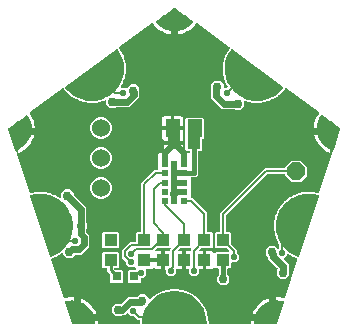
<source format=gbr>
G04 EAGLE Gerber RS-274X export*
G75*
%MOMM*%
%FSLAX34Y34*%
%LPD*%
%INTop Copper*%
%IPPOS*%
%AMOC8*
5,1,8,0,0,1.08239X$1,22.5*%
G01*
%ADD10R,1.100000X1.000000*%
%ADD11R,1.000000X1.100000*%
%ADD12R,1.300000X1.500000*%
%ADD13R,0.800000X0.800000*%
%ADD14P,1.649562X8X22.500000*%
%ADD15C,1.524000*%
%ADD16R,0.500000X0.500000*%
%ADD17C,0.800000*%
%ADD18C,0.508000*%
%ADD19C,0.609600*%
%ADD20C,0.750000*%
%ADD21C,0.254000*%
%ADD22C,0.406400*%
%ADD23C,0.203200*%
%ADD24C,0.554800*%

G36*
X-29766Y-119821D02*
X-29766Y-119821D01*
X-29747Y-119823D01*
X-29645Y-119801D01*
X-29543Y-119784D01*
X-29526Y-119775D01*
X-29506Y-119770D01*
X-29417Y-119717D01*
X-29326Y-119669D01*
X-29312Y-119655D01*
X-29295Y-119644D01*
X-29228Y-119566D01*
X-29156Y-119491D01*
X-29148Y-119473D01*
X-29135Y-119457D01*
X-29096Y-119361D01*
X-29053Y-119268D01*
X-29051Y-119248D01*
X-29043Y-119229D01*
X-29025Y-119063D01*
X-29025Y-118307D01*
X-29019Y-118300D01*
X-29001Y-118239D01*
X-28973Y-118183D01*
X-28956Y-118096D01*
X-28947Y-118065D01*
X-28947Y-118047D01*
X-28942Y-118018D01*
X-28870Y-117059D01*
X-28874Y-117011D01*
X-28869Y-116963D01*
X-28885Y-116889D01*
X-28891Y-116814D01*
X-28911Y-116770D01*
X-28921Y-116722D01*
X-28960Y-116657D01*
X-28990Y-116588D01*
X-29022Y-116553D01*
X-29047Y-116511D01*
X-29105Y-116462D01*
X-29155Y-116406D01*
X-29197Y-116383D01*
X-29234Y-116351D01*
X-29304Y-116323D01*
X-29370Y-116286D01*
X-29417Y-116277D01*
X-29462Y-116259D01*
X-29589Y-116245D01*
X-29612Y-116241D01*
X-29619Y-116242D01*
X-29629Y-116241D01*
X-30893Y-116241D01*
X-33726Y-113408D01*
X-33800Y-113355D01*
X-33869Y-113296D01*
X-33900Y-113284D01*
X-33926Y-113265D01*
X-34013Y-113238D01*
X-34098Y-113204D01*
X-34138Y-113199D01*
X-34161Y-113192D01*
X-34193Y-113193D01*
X-34264Y-113185D01*
X-36435Y-113185D01*
X-39117Y-110503D01*
X-39133Y-110492D01*
X-39146Y-110476D01*
X-39233Y-110420D01*
X-39317Y-110360D01*
X-39336Y-110354D01*
X-39352Y-110343D01*
X-39453Y-110318D01*
X-39552Y-110288D01*
X-39572Y-110288D01*
X-39591Y-110283D01*
X-39694Y-110291D01*
X-39798Y-110294D01*
X-39816Y-110301D01*
X-39836Y-110302D01*
X-39931Y-110343D01*
X-40029Y-110378D01*
X-40044Y-110391D01*
X-40063Y-110399D01*
X-40193Y-110503D01*
X-42213Y-112523D01*
X-44423Y-112523D01*
X-44513Y-112537D01*
X-44604Y-112545D01*
X-44634Y-112557D01*
X-44666Y-112562D01*
X-44746Y-112605D01*
X-44830Y-112641D01*
X-44862Y-112667D01*
X-44883Y-112678D01*
X-44905Y-112701D01*
X-44961Y-112746D01*
X-45440Y-113225D01*
X-49810Y-113225D01*
X-52900Y-110135D01*
X-52900Y-105765D01*
X-49810Y-102675D01*
X-45614Y-102675D01*
X-45524Y-102661D01*
X-45433Y-102653D01*
X-45403Y-102641D01*
X-45371Y-102636D01*
X-45291Y-102593D01*
X-45207Y-102557D01*
X-45175Y-102531D01*
X-45154Y-102520D01*
X-45132Y-102497D01*
X-45076Y-102452D01*
X-39591Y-96968D01*
X-31718Y-96968D01*
X-31628Y-96953D01*
X-31537Y-96946D01*
X-31507Y-96933D01*
X-31475Y-96928D01*
X-31394Y-96885D01*
X-31310Y-96850D01*
X-31278Y-96824D01*
X-31258Y-96813D01*
X-31235Y-96790D01*
X-31179Y-96745D01*
X-29172Y-94738D01*
X-24803Y-94738D01*
X-21713Y-97828D01*
X-21713Y-98110D01*
X-21703Y-98167D01*
X-21704Y-98225D01*
X-21684Y-98288D01*
X-21673Y-98353D01*
X-21646Y-98404D01*
X-21628Y-98459D01*
X-21589Y-98512D01*
X-21558Y-98570D01*
X-21516Y-98610D01*
X-21482Y-98656D01*
X-21428Y-98694D01*
X-21380Y-98740D01*
X-21327Y-98764D01*
X-21280Y-98797D01*
X-21217Y-98816D01*
X-21157Y-98843D01*
X-21099Y-98850D01*
X-21044Y-98866D01*
X-20978Y-98863D01*
X-20912Y-98871D01*
X-20856Y-98858D01*
X-20798Y-98856D01*
X-20737Y-98832D01*
X-20672Y-98818D01*
X-20622Y-98789D01*
X-20569Y-98768D01*
X-20488Y-98708D01*
X-20461Y-98692D01*
X-20452Y-98682D01*
X-20434Y-98668D01*
X-18883Y-97230D01*
X-18862Y-97203D01*
X-18835Y-97181D01*
X-18787Y-97106D01*
X-18733Y-97036D01*
X-18721Y-97003D01*
X-18702Y-96974D01*
X-18679Y-96898D01*
X-18147Y-96535D01*
X-18123Y-96513D01*
X-18058Y-96464D01*
X-17589Y-96029D01*
X-17519Y-96013D01*
X-17431Y-96002D01*
X-17399Y-95987D01*
X-17365Y-95980D01*
X-17217Y-95901D01*
X-15398Y-94661D01*
X-15373Y-94637D01*
X-15343Y-94619D01*
X-15284Y-94553D01*
X-15220Y-94491D01*
X-15204Y-94461D01*
X-15181Y-94435D01*
X-15147Y-94363D01*
X-14567Y-94084D01*
X-14540Y-94065D01*
X-14468Y-94027D01*
X-13939Y-93666D01*
X-13867Y-93661D01*
X-13779Y-93664D01*
X-13745Y-93653D01*
X-13711Y-93651D01*
X-13553Y-93595D01*
X-11569Y-92640D01*
X-11540Y-92620D01*
X-11508Y-92607D01*
X-11440Y-92550D01*
X-11367Y-92499D01*
X-11347Y-92471D01*
X-11320Y-92449D01*
X-11276Y-92383D01*
X-10661Y-92193D01*
X-10631Y-92178D01*
X-10555Y-92152D01*
X-9978Y-91874D01*
X-9906Y-91880D01*
X-9819Y-91895D01*
X-9784Y-91890D01*
X-9750Y-91893D01*
X-9585Y-91861D01*
X-7481Y-91212D01*
X-7450Y-91197D01*
X-7416Y-91189D01*
X-7340Y-91143D01*
X-7261Y-91103D01*
X-7236Y-91078D01*
X-7207Y-91060D01*
X-7153Y-91002D01*
X-6516Y-90906D01*
X-6485Y-90896D01*
X-6405Y-90881D01*
X-5793Y-90692D01*
X-5724Y-90708D01*
X-5639Y-90737D01*
X-5605Y-90737D01*
X-5571Y-90745D01*
X-5403Y-90738D01*
X-3226Y-90410D01*
X-3193Y-90399D01*
X-3158Y-90397D01*
X-3077Y-90362D01*
X-2992Y-90335D01*
X-2964Y-90314D01*
X-2932Y-90300D01*
X-2870Y-90251D01*
X-2227Y-90251D01*
X-2194Y-90245D01*
X-2113Y-90242D01*
X-1480Y-90147D01*
X-1413Y-90174D01*
X-1334Y-90214D01*
X-1300Y-90219D01*
X-1268Y-90232D01*
X-1101Y-90251D01*
X1101Y-90251D01*
X1135Y-90245D01*
X1170Y-90248D01*
X1256Y-90225D01*
X1344Y-90211D01*
X1374Y-90195D01*
X1408Y-90186D01*
X1477Y-90146D01*
X2113Y-90242D01*
X2146Y-90242D01*
X2227Y-90251D01*
X2867Y-90251D01*
X2929Y-90287D01*
X3001Y-90339D01*
X3034Y-90349D01*
X3064Y-90367D01*
X3226Y-90410D01*
X5403Y-90738D01*
X5438Y-90738D01*
X5472Y-90745D01*
X5560Y-90736D01*
X5649Y-90735D01*
X5682Y-90724D01*
X5717Y-90720D01*
X5790Y-90691D01*
X6405Y-90881D01*
X6438Y-90885D01*
X6516Y-90906D01*
X7150Y-91001D01*
X7205Y-91047D01*
X7269Y-91109D01*
X7300Y-91124D01*
X7327Y-91146D01*
X7481Y-91212D01*
X9585Y-91861D01*
X9619Y-91866D01*
X9652Y-91879D01*
X9741Y-91883D01*
X9829Y-91895D01*
X9863Y-91889D01*
X9897Y-91890D01*
X9975Y-91872D01*
X10555Y-92152D01*
X10586Y-92161D01*
X10661Y-92193D01*
X11273Y-92382D01*
X11321Y-92435D01*
X11374Y-92506D01*
X11403Y-92525D01*
X11426Y-92551D01*
X11569Y-92640D01*
X13553Y-93595D01*
X13586Y-93605D01*
X13616Y-93622D01*
X13703Y-93640D01*
X13788Y-93665D01*
X13823Y-93664D01*
X13857Y-93670D01*
X13936Y-93664D01*
X14468Y-94027D01*
X14498Y-94041D01*
X14567Y-94084D01*
X15144Y-94362D01*
X15183Y-94421D01*
X15226Y-94499D01*
X15251Y-94523D01*
X15271Y-94552D01*
X15398Y-94661D01*
X17217Y-95901D01*
X17249Y-95916D01*
X17276Y-95937D01*
X17360Y-95968D01*
X17440Y-96005D01*
X17475Y-96009D01*
X17507Y-96021D01*
X17587Y-96027D01*
X18058Y-96464D01*
X18086Y-96483D01*
X18147Y-96535D01*
X18676Y-96896D01*
X18707Y-96961D01*
X18737Y-97044D01*
X18759Y-97072D01*
X18774Y-97103D01*
X18883Y-97230D01*
X20498Y-98728D01*
X20526Y-98747D01*
X20550Y-98772D01*
X20628Y-98814D01*
X20703Y-98864D01*
X20736Y-98872D01*
X20766Y-98889D01*
X20844Y-98906D01*
X21245Y-99410D01*
X21270Y-99432D01*
X21323Y-99493D01*
X21792Y-99929D01*
X21813Y-99997D01*
X21830Y-100085D01*
X21848Y-100115D01*
X21858Y-100148D01*
X21947Y-100290D01*
X23320Y-102011D01*
X23345Y-102034D01*
X23365Y-102063D01*
X23437Y-102117D01*
X23502Y-102176D01*
X23534Y-102190D01*
X23562Y-102211D01*
X23636Y-102240D01*
X23957Y-102797D01*
X23978Y-102823D01*
X24022Y-102891D01*
X24421Y-103392D01*
X24431Y-103463D01*
X24435Y-103552D01*
X24448Y-103584D01*
X24453Y-103618D01*
X24520Y-103772D01*
X25621Y-105679D01*
X25643Y-105706D01*
X25658Y-105737D01*
X25721Y-105801D01*
X25777Y-105869D01*
X25806Y-105888D01*
X25831Y-105912D01*
X25900Y-105952D01*
X26135Y-106551D01*
X26151Y-106579D01*
X26184Y-106654D01*
X26504Y-107208D01*
X26504Y-107280D01*
X26495Y-107368D01*
X26502Y-107402D01*
X26502Y-107437D01*
X26546Y-107599D01*
X27350Y-109649D01*
X27368Y-109678D01*
X27378Y-109711D01*
X27430Y-109783D01*
X27476Y-109860D01*
X27502Y-109883D01*
X27523Y-109911D01*
X27585Y-109960D01*
X27728Y-110588D01*
X27740Y-110618D01*
X27762Y-110696D01*
X27995Y-111292D01*
X27984Y-111363D01*
X27962Y-111449D01*
X27965Y-111484D01*
X27959Y-111518D01*
X27978Y-111685D01*
X28468Y-113832D01*
X28481Y-113864D01*
X28487Y-113898D01*
X28528Y-113977D01*
X28561Y-114059D01*
X28584Y-114086D01*
X28600Y-114116D01*
X28654Y-114174D01*
X28702Y-114816D01*
X28710Y-114848D01*
X28719Y-114929D01*
X28861Y-115553D01*
X28840Y-115622D01*
X28805Y-115703D01*
X28803Y-115738D01*
X28792Y-115771D01*
X28786Y-115939D01*
X28942Y-118018D01*
X28957Y-118079D01*
X28962Y-118142D01*
X28985Y-118198D01*
X29000Y-118257D01*
X29025Y-118297D01*
X29025Y-119063D01*
X29028Y-119082D01*
X29026Y-119102D01*
X29048Y-119203D01*
X29064Y-119305D01*
X29074Y-119323D01*
X29078Y-119342D01*
X29131Y-119431D01*
X29180Y-119523D01*
X29194Y-119536D01*
X29204Y-119553D01*
X29283Y-119621D01*
X29358Y-119692D01*
X29376Y-119700D01*
X29391Y-119713D01*
X29487Y-119752D01*
X29581Y-119796D01*
X29601Y-119798D01*
X29619Y-119805D01*
X29786Y-119824D01*
X63798Y-119824D01*
X63818Y-119821D01*
X63838Y-119823D01*
X63939Y-119801D01*
X64041Y-119784D01*
X64058Y-119775D01*
X64078Y-119770D01*
X64167Y-119717D01*
X64258Y-119669D01*
X64272Y-119654D01*
X64289Y-119644D01*
X64356Y-119565D01*
X64427Y-119491D01*
X64436Y-119472D01*
X64449Y-119457D01*
X64488Y-119361D01*
X64531Y-119268D01*
X64533Y-119248D01*
X64541Y-119229D01*
X64559Y-119062D01*
X64559Y-117812D01*
X64885Y-115223D01*
X67560Y-115223D01*
X67348Y-116107D01*
X67347Y-116140D01*
X67336Y-116185D01*
X67102Y-119161D01*
X67106Y-119189D01*
X67101Y-119217D01*
X67118Y-119287D01*
X67127Y-119358D01*
X67141Y-119383D01*
X67147Y-119410D01*
X67190Y-119468D01*
X67226Y-119531D01*
X67248Y-119548D01*
X67265Y-119570D01*
X67327Y-119607D01*
X67385Y-119650D01*
X67412Y-119657D01*
X67436Y-119672D01*
X67537Y-119689D01*
X67577Y-119699D01*
X67588Y-119697D01*
X67600Y-119699D01*
X86600Y-119699D01*
X86629Y-119693D01*
X86659Y-119696D01*
X86726Y-119674D01*
X86795Y-119660D01*
X86820Y-119643D01*
X86848Y-119633D01*
X86901Y-119587D01*
X86959Y-119547D01*
X86975Y-119522D01*
X86997Y-119502D01*
X87043Y-119416D01*
X87066Y-119380D01*
X87068Y-119368D01*
X87075Y-119355D01*
X92975Y-101255D01*
X92978Y-101227D01*
X92989Y-101200D01*
X92989Y-101128D01*
X92997Y-101057D01*
X92989Y-101030D01*
X92989Y-101001D01*
X92962Y-100935D01*
X92941Y-100866D01*
X92923Y-100844D01*
X92912Y-100818D01*
X92861Y-100768D01*
X92815Y-100713D01*
X92790Y-100700D01*
X92770Y-100680D01*
X92676Y-100640D01*
X92639Y-100620D01*
X92628Y-100620D01*
X92616Y-100615D01*
X89713Y-99918D01*
X89680Y-99917D01*
X89636Y-99906D01*
X86660Y-99673D01*
X86627Y-99677D01*
X86581Y-99673D01*
X84123Y-99867D01*
X84123Y-97244D01*
X86620Y-97086D01*
X89391Y-97260D01*
X92119Y-97779D01*
X92630Y-97945D01*
X92649Y-97948D01*
X92667Y-97956D01*
X92770Y-97967D01*
X92873Y-97983D01*
X92892Y-97979D01*
X92911Y-97981D01*
X93013Y-97958D01*
X93116Y-97940D01*
X93133Y-97931D01*
X93151Y-97927D01*
X93240Y-97873D01*
X93332Y-97823D01*
X93345Y-97809D01*
X93361Y-97799D01*
X93428Y-97719D01*
X93499Y-97643D01*
X93507Y-97625D01*
X93520Y-97611D01*
X93589Y-97458D01*
X104150Y-65154D01*
X104153Y-65134D01*
X104161Y-65115D01*
X104172Y-65013D01*
X104187Y-64911D01*
X104184Y-64891D01*
X104186Y-64871D01*
X104163Y-64770D01*
X104146Y-64669D01*
X104136Y-64651D01*
X104131Y-64631D01*
X104078Y-64543D01*
X104029Y-64452D01*
X104014Y-64438D01*
X104003Y-64421D01*
X103924Y-64355D01*
X103849Y-64284D01*
X103830Y-64276D01*
X103815Y-64263D01*
X103662Y-64194D01*
X103524Y-64149D01*
X103519Y-64141D01*
X103467Y-64105D01*
X103422Y-64061D01*
X103345Y-64019D01*
X103318Y-64000D01*
X103301Y-63995D01*
X103275Y-63981D01*
X101350Y-63190D01*
X101316Y-63182D01*
X101285Y-63167D01*
X101197Y-63155D01*
X101110Y-63135D01*
X101075Y-63138D01*
X101041Y-63133D01*
X100962Y-63144D01*
X100410Y-62814D01*
X100379Y-62802D01*
X100308Y-62763D01*
X99716Y-62520D01*
X99673Y-62463D01*
X99625Y-62387D01*
X99599Y-62365D01*
X99578Y-62337D01*
X99444Y-62236D01*
X97558Y-61107D01*
X97526Y-61095D01*
X97497Y-61075D01*
X97412Y-61050D01*
X97329Y-61017D01*
X97294Y-61015D01*
X97261Y-61005D01*
X97182Y-61004D01*
X96807Y-60695D01*
X96776Y-60678D01*
X96751Y-60654D01*
X96671Y-60616D01*
X96594Y-60572D01*
X96560Y-60565D01*
X96528Y-60550D01*
X96440Y-60540D01*
X96353Y-60523D01*
X96318Y-60527D01*
X96283Y-60523D01*
X96197Y-60542D01*
X96109Y-60553D01*
X96077Y-60568D01*
X96043Y-60575D01*
X95967Y-60621D01*
X95887Y-60659D01*
X95862Y-60683D01*
X95832Y-60701D01*
X95774Y-60769D01*
X95711Y-60831D01*
X95695Y-60862D01*
X95672Y-60888D01*
X95639Y-60971D01*
X95599Y-61049D01*
X95593Y-61084D01*
X95580Y-61116D01*
X95562Y-61283D01*
X95562Y-61505D01*
X92880Y-64186D01*
X92868Y-64203D01*
X92853Y-64215D01*
X92797Y-64302D01*
X92736Y-64386D01*
X92731Y-64405D01*
X92720Y-64422D01*
X92694Y-64522D01*
X92664Y-64621D01*
X92665Y-64641D01*
X92660Y-64660D01*
X92668Y-64763D01*
X92670Y-64867D01*
X92677Y-64886D01*
X92679Y-64906D01*
X92719Y-65000D01*
X92755Y-65098D01*
X92767Y-65114D01*
X92775Y-65132D01*
X92880Y-65263D01*
X96648Y-69031D01*
X96648Y-72998D01*
X96662Y-73088D01*
X96670Y-73179D01*
X96682Y-73209D01*
X96687Y-73241D01*
X96730Y-73321D01*
X96766Y-73405D01*
X96792Y-73437D01*
X96803Y-73458D01*
X96826Y-73480D01*
X96871Y-73536D01*
X97350Y-74015D01*
X97350Y-78385D01*
X94260Y-81475D01*
X89890Y-81475D01*
X86800Y-78385D01*
X86800Y-74015D01*
X87211Y-73604D01*
X87223Y-73588D01*
X87238Y-73576D01*
X87294Y-73489D01*
X87355Y-73405D01*
X87360Y-73386D01*
X87371Y-73369D01*
X87397Y-73268D01*
X87427Y-73169D01*
X87426Y-73150D01*
X87431Y-73130D01*
X87423Y-73027D01*
X87421Y-72924D01*
X87414Y-72905D01*
X87412Y-72885D01*
X87372Y-72790D01*
X87336Y-72693D01*
X87324Y-72677D01*
X87316Y-72659D01*
X87211Y-72528D01*
X79344Y-64661D01*
X79344Y-63307D01*
X79330Y-63217D01*
X79322Y-63126D01*
X79310Y-63096D01*
X79305Y-63064D01*
X79262Y-62983D01*
X79226Y-62899D01*
X79200Y-62867D01*
X79189Y-62847D01*
X79166Y-62824D01*
X79121Y-62768D01*
X77275Y-60922D01*
X77275Y-56553D01*
X80365Y-53463D01*
X84735Y-53463D01*
X87423Y-56151D01*
X87481Y-56192D01*
X87533Y-56242D01*
X87580Y-56264D01*
X87622Y-56294D01*
X87691Y-56315D01*
X87756Y-56345D01*
X87808Y-56351D01*
X87858Y-56367D01*
X87929Y-56365D01*
X88000Y-56373D01*
X88051Y-56361D01*
X88103Y-56360D01*
X88171Y-56336D01*
X88241Y-56320D01*
X88285Y-56294D01*
X88334Y-56276D01*
X88390Y-56231D01*
X88452Y-56194D01*
X88486Y-56155D01*
X88526Y-56122D01*
X88565Y-56062D01*
X88612Y-56007D01*
X88631Y-55959D01*
X88659Y-55915D01*
X88677Y-55846D01*
X88704Y-55779D01*
X88712Y-55708D01*
X88720Y-55677D01*
X88718Y-55653D01*
X88722Y-55612D01*
X88722Y-52272D01*
X88721Y-52263D01*
X88722Y-52254D01*
X88701Y-52141D01*
X88682Y-52029D01*
X88678Y-52021D01*
X88676Y-52012D01*
X88620Y-51912D01*
X88567Y-51812D01*
X88561Y-51806D01*
X88556Y-51797D01*
X88471Y-51721D01*
X88389Y-51643D01*
X88381Y-51639D01*
X88374Y-51632D01*
X88303Y-51597D01*
X88033Y-51013D01*
X88014Y-50986D01*
X87977Y-50913D01*
X87625Y-50379D01*
X87621Y-50307D01*
X87625Y-50218D01*
X87615Y-50185D01*
X87613Y-50150D01*
X87560Y-49991D01*
X86637Y-47996D01*
X86618Y-47968D01*
X86605Y-47935D01*
X86549Y-47866D01*
X86499Y-47793D01*
X86472Y-47772D01*
X86450Y-47745D01*
X86385Y-47699D01*
X86205Y-47081D01*
X86190Y-47052D01*
X86165Y-46975D01*
X85896Y-46394D01*
X85903Y-46322D01*
X85920Y-46235D01*
X85915Y-46201D01*
X85918Y-46166D01*
X85889Y-46001D01*
X85274Y-43890D01*
X85259Y-43859D01*
X85252Y-43825D01*
X85206Y-43749D01*
X85168Y-43669D01*
X85144Y-43644D01*
X85126Y-43614D01*
X85069Y-43559D01*
X84983Y-42921D01*
X84973Y-42890D01*
X84959Y-42810D01*
X84780Y-42195D01*
X84798Y-42126D01*
X84827Y-42042D01*
X84828Y-42007D01*
X84836Y-41974D01*
X84832Y-41806D01*
X84538Y-39627D01*
X84528Y-39594D01*
X84526Y-39560D01*
X84493Y-39477D01*
X84467Y-39392D01*
X84447Y-39364D01*
X84433Y-39332D01*
X84385Y-39269D01*
X84395Y-38626D01*
X84390Y-38593D01*
X84388Y-38512D01*
X84302Y-37877D01*
X84330Y-37811D01*
X84372Y-37733D01*
X84378Y-37698D01*
X84391Y-37667D01*
X84412Y-37500D01*
X84446Y-35302D01*
X84444Y-35289D01*
X84445Y-35286D01*
X84442Y-35271D01*
X84441Y-35268D01*
X84444Y-35233D01*
X84423Y-35147D01*
X84410Y-35059D01*
X84395Y-35028D01*
X84386Y-34994D01*
X84348Y-34925D01*
X84454Y-34290D01*
X84454Y-34257D01*
X84464Y-34177D01*
X84474Y-33537D01*
X84506Y-33483D01*
X84519Y-33469D01*
X84526Y-33455D01*
X84564Y-33404D01*
X84575Y-33371D01*
X84593Y-33341D01*
X84615Y-33264D01*
X84623Y-33246D01*
X84625Y-33227D01*
X84639Y-33180D01*
X85000Y-31012D01*
X85000Y-30977D01*
X85008Y-30943D01*
X85000Y-30855D01*
X85001Y-30766D01*
X84990Y-30733D01*
X84987Y-30698D01*
X84959Y-30624D01*
X85158Y-30012D01*
X85163Y-29980D01*
X85185Y-29901D01*
X85290Y-29270D01*
X85336Y-29215D01*
X85399Y-29152D01*
X85415Y-29121D01*
X85437Y-29095D01*
X85506Y-28942D01*
X86187Y-26852D01*
X86192Y-26817D01*
X86205Y-26785D01*
X86211Y-26696D01*
X86224Y-26608D01*
X86218Y-26574D01*
X86220Y-26540D01*
X86204Y-26462D01*
X86492Y-25886D01*
X86502Y-25855D01*
X86535Y-25781D01*
X86733Y-25172D01*
X86787Y-25125D01*
X86859Y-25072D01*
X86879Y-25044D01*
X86905Y-25021D01*
X86996Y-24880D01*
X87980Y-22915D01*
X87991Y-22882D01*
X88008Y-22852D01*
X88027Y-22765D01*
X88053Y-22680D01*
X88053Y-22645D01*
X88060Y-22611D01*
X88055Y-22532D01*
X88426Y-22006D01*
X88440Y-21976D01*
X88484Y-21908D01*
X88771Y-21336D01*
X88831Y-21297D01*
X88910Y-21255D01*
X88934Y-21230D01*
X88963Y-21212D01*
X89074Y-21086D01*
X90341Y-19289D01*
X90356Y-19258D01*
X90378Y-19231D01*
X90409Y-19148D01*
X90448Y-19068D01*
X90452Y-19034D01*
X90465Y-19001D01*
X90472Y-18922D01*
X90917Y-18457D01*
X90935Y-18430D01*
X90989Y-18369D01*
X91358Y-17846D01*
X91423Y-17816D01*
X91507Y-17787D01*
X91535Y-17766D01*
X91566Y-17752D01*
X91695Y-17644D01*
X93215Y-16056D01*
X93234Y-16027D01*
X93260Y-16004D01*
X93274Y-15979D01*
X93292Y-15961D01*
X93315Y-15909D01*
X93354Y-15853D01*
X93363Y-15820D01*
X93380Y-15790D01*
X93391Y-15747D01*
X93395Y-15738D01*
X93397Y-15721D01*
X93399Y-15712D01*
X93908Y-15319D01*
X93931Y-15295D01*
X93993Y-15243D01*
X94436Y-14780D01*
X94505Y-14761D01*
X94592Y-14744D01*
X94623Y-14728D01*
X94656Y-14718D01*
X94799Y-14631D01*
X96539Y-13287D01*
X96563Y-13262D01*
X96592Y-13243D01*
X96646Y-13172D01*
X96707Y-13107D01*
X96721Y-13076D01*
X96742Y-13048D01*
X96772Y-12975D01*
X97335Y-12662D01*
X97361Y-12641D01*
X97430Y-12599D01*
X97937Y-12208D01*
X98008Y-12199D01*
X98097Y-12196D01*
X98129Y-12184D01*
X98163Y-12179D01*
X98318Y-12114D01*
X100239Y-11045D01*
X100266Y-11023D01*
X100297Y-11009D01*
X100361Y-10947D01*
X100431Y-10892D01*
X100450Y-10863D01*
X100475Y-10839D01*
X100516Y-10771D01*
X101119Y-10545D01*
X101147Y-10529D01*
X101222Y-10497D01*
X101781Y-10186D01*
X101853Y-10187D01*
X101942Y-10198D01*
X101975Y-10190D01*
X102010Y-10191D01*
X102173Y-10150D01*
X104231Y-9379D01*
X104261Y-9362D01*
X104294Y-9352D01*
X104367Y-9301D01*
X104444Y-9257D01*
X104467Y-9231D01*
X104496Y-9211D01*
X104546Y-9149D01*
X105176Y-9016D01*
X105207Y-9004D01*
X105285Y-8984D01*
X105885Y-8759D01*
X105955Y-8772D01*
X106041Y-8795D01*
X106076Y-8793D01*
X106110Y-8799D01*
X106277Y-8782D01*
X108427Y-8327D01*
X108460Y-8314D01*
X108494Y-8309D01*
X108574Y-8270D01*
X108657Y-8237D01*
X108683Y-8215D01*
X108714Y-8200D01*
X108773Y-8147D01*
X109415Y-8108D01*
X109448Y-8101D01*
X109528Y-8093D01*
X110155Y-7960D01*
X110223Y-7983D01*
X110304Y-8019D01*
X110339Y-8022D01*
X110372Y-8033D01*
X110539Y-8042D01*
X112733Y-7911D01*
X112767Y-7904D01*
X112802Y-7904D01*
X112887Y-7877D01*
X112973Y-7857D01*
X113003Y-7839D01*
X113036Y-7829D01*
X113102Y-7785D01*
X113743Y-7843D01*
X113776Y-7841D01*
X113857Y-7845D01*
X114496Y-7807D01*
X114560Y-7840D01*
X114635Y-7887D01*
X114669Y-7895D01*
X114700Y-7911D01*
X114864Y-7945D01*
X117053Y-8143D01*
X117088Y-8140D01*
X117122Y-8146D01*
X117210Y-8132D01*
X117299Y-8125D01*
X117331Y-8112D01*
X117365Y-8106D01*
X117437Y-8073D01*
X118062Y-8226D01*
X118095Y-8228D01*
X118174Y-8244D01*
X118812Y-8302D01*
X118870Y-8344D01*
X118938Y-8402D01*
X118970Y-8415D01*
X118998Y-8436D01*
X119155Y-8493D01*
X121177Y-8988D01*
X121240Y-8992D01*
X121301Y-9007D01*
X121362Y-9002D01*
X121422Y-9007D01*
X121468Y-8995D01*
X121686Y-9066D01*
X121706Y-9069D01*
X121723Y-9077D01*
X121827Y-9088D01*
X121929Y-9104D01*
X121949Y-9100D01*
X121968Y-9102D01*
X122070Y-9079D01*
X122172Y-9061D01*
X122189Y-9052D01*
X122208Y-9048D01*
X122297Y-8994D01*
X122388Y-8944D01*
X122401Y-8930D01*
X122418Y-8920D01*
X122485Y-8841D01*
X122556Y-8764D01*
X122564Y-8747D01*
X122576Y-8732D01*
X122646Y-8579D01*
X133245Y23843D01*
X133248Y23864D01*
X133257Y23883D01*
X133267Y23985D01*
X133283Y24086D01*
X133279Y24107D01*
X133281Y24128D01*
X133258Y24228D01*
X133241Y24329D01*
X133231Y24347D01*
X133226Y24367D01*
X133210Y24395D01*
X133226Y24405D01*
X133329Y24466D01*
X133331Y24469D01*
X133334Y24470D01*
X133411Y24562D01*
X133489Y24653D01*
X133490Y24656D01*
X133492Y24659D01*
X133562Y24811D01*
X134279Y27006D01*
X134304Y27001D01*
X134332Y27007D01*
X134361Y27004D01*
X134429Y27027D01*
X134499Y27042D01*
X134522Y27058D01*
X134550Y27068D01*
X134603Y27115D01*
X134662Y27156D01*
X134677Y27180D01*
X134699Y27199D01*
X134745Y27289D01*
X134767Y27325D01*
X134769Y27335D01*
X134775Y27347D01*
X140575Y45347D01*
X140578Y45375D01*
X140590Y45402D01*
X140589Y45473D01*
X140597Y45545D01*
X140589Y45572D01*
X140589Y45601D01*
X140561Y45667D01*
X140540Y45735D01*
X140522Y45757D01*
X140511Y45784D01*
X140441Y45856D01*
X140414Y45888D01*
X140404Y45893D01*
X140395Y45903D01*
X135123Y49762D01*
X135123Y49920D01*
X135119Y49947D01*
X135121Y49975D01*
X135099Y50068D01*
X135083Y50162D01*
X135071Y50187D01*
X135064Y50214D01*
X135013Y50295D01*
X134968Y50380D01*
X134948Y50399D01*
X134934Y50422D01*
X134810Y50535D01*
X133286Y51644D01*
X133275Y51649D01*
X133266Y51658D01*
X133165Y51704D01*
X133066Y51754D01*
X133054Y51756D01*
X133043Y51761D01*
X132933Y51773D01*
X132823Y51789D01*
X132811Y51787D01*
X132799Y51788D01*
X132690Y51765D01*
X132581Y51744D01*
X132570Y51739D01*
X132558Y51736D01*
X132486Y51693D01*
X127834Y55098D01*
X125095Y57103D01*
X125068Y57115D01*
X125046Y57134D01*
X124979Y57156D01*
X124914Y57186D01*
X124885Y57187D01*
X124857Y57196D01*
X124787Y57190D01*
X124716Y57192D01*
X124688Y57182D01*
X124659Y57179D01*
X124596Y57146D01*
X124530Y57120D01*
X124509Y57100D01*
X124484Y57086D01*
X124418Y57011D01*
X124388Y56981D01*
X124383Y56971D01*
X124374Y56961D01*
X122819Y54421D01*
X122808Y54390D01*
X122784Y54351D01*
X121645Y51599D01*
X121639Y51567D01*
X121621Y51525D01*
X120927Y48629D01*
X120926Y48596D01*
X120915Y48552D01*
X120682Y45583D01*
X120686Y45550D01*
X120682Y45504D01*
X120728Y44923D01*
X118139Y44923D01*
X118139Y46928D01*
X118485Y49677D01*
X119173Y52361D01*
X120192Y54937D01*
X120280Y55098D01*
X121525Y57365D01*
X122050Y58087D01*
X122055Y58098D01*
X122063Y58107D01*
X122065Y58110D01*
X122068Y58114D01*
X122071Y58121D01*
X122341Y58489D01*
X122342Y58489D01*
X122343Y58491D01*
X122343Y58492D01*
X122344Y58493D01*
X122346Y58495D01*
X122424Y58603D01*
X122433Y58620D01*
X122446Y58635D01*
X122488Y58730D01*
X122534Y58822D01*
X122537Y58842D01*
X122545Y58860D01*
X122554Y58963D01*
X122569Y59066D01*
X122565Y59085D01*
X122567Y59105D01*
X122543Y59206D01*
X122524Y59308D01*
X122515Y59325D01*
X122510Y59344D01*
X122455Y59432D01*
X122404Y59523D01*
X122390Y59536D01*
X122380Y59553D01*
X122256Y59666D01*
X94712Y79697D01*
X94610Y79749D01*
X94508Y79803D01*
X94500Y79804D01*
X94493Y79808D01*
X94379Y79824D01*
X94266Y79843D01*
X94257Y79841D01*
X94249Y79843D01*
X94136Y79822D01*
X94023Y79803D01*
X94016Y79799D01*
X94007Y79798D01*
X93907Y79742D01*
X93805Y79689D01*
X93798Y79682D01*
X93792Y79678D01*
X93777Y79662D01*
X93684Y79573D01*
X93513Y79372D01*
X93502Y79353D01*
X93478Y79327D01*
X93015Y78689D01*
X93006Y78685D01*
X92955Y78648D01*
X92900Y78618D01*
X92835Y78558D01*
X92809Y78538D01*
X92799Y78523D01*
X92778Y78503D01*
X91431Y76912D01*
X91414Y76882D01*
X91389Y76858D01*
X91351Y76778D01*
X91305Y76701D01*
X91297Y76667D01*
X91282Y76636D01*
X91268Y76558D01*
X90784Y76134D01*
X90763Y76109D01*
X90704Y76053D01*
X90291Y75564D01*
X90223Y75541D01*
X90137Y75519D01*
X90107Y75500D01*
X90075Y75489D01*
X89937Y75393D01*
X88281Y73944D01*
X88259Y73917D01*
X88231Y73896D01*
X88181Y73823D01*
X88124Y73754D01*
X88112Y73722D01*
X88092Y73693D01*
X88067Y73618D01*
X87524Y73271D01*
X87500Y73249D01*
X87434Y73202D01*
X86952Y72781D01*
X86881Y72768D01*
X86793Y72759D01*
X86761Y72745D01*
X86727Y72738D01*
X86577Y72664D01*
X84723Y71478D01*
X84697Y71455D01*
X84666Y71438D01*
X84606Y71373D01*
X84540Y71314D01*
X84523Y71283D01*
X84499Y71258D01*
X84463Y71188D01*
X83875Y70925D01*
X83847Y70907D01*
X83775Y70871D01*
X83235Y70526D01*
X83163Y70524D01*
X83075Y70528D01*
X83041Y70519D01*
X83007Y70518D01*
X82847Y70467D01*
X80837Y69570D01*
X80808Y69551D01*
X80775Y69539D01*
X80705Y69484D01*
X80631Y69435D01*
X80610Y69408D01*
X80583Y69386D01*
X80536Y69322D01*
X79916Y69150D01*
X79886Y69136D01*
X79809Y69111D01*
X79224Y68851D01*
X79153Y68859D01*
X79066Y68877D01*
X79031Y68872D01*
X78997Y68876D01*
X78831Y68850D01*
X76710Y68263D01*
X76679Y68248D01*
X76645Y68241D01*
X76568Y68197D01*
X76487Y68159D01*
X76462Y68136D01*
X76431Y68118D01*
X76376Y68062D01*
X75737Y67984D01*
X75705Y67975D01*
X75625Y67962D01*
X75008Y67791D01*
X74939Y67810D01*
X74855Y67841D01*
X74821Y67842D01*
X74787Y67851D01*
X74620Y67849D01*
X72435Y67585D01*
X72401Y67575D01*
X72367Y67573D01*
X72284Y67541D01*
X72198Y67516D01*
X72170Y67496D01*
X72138Y67484D01*
X72074Y67436D01*
X71431Y67455D01*
X71398Y67450D01*
X71317Y67450D01*
X70681Y67373D01*
X70616Y67401D01*
X70538Y67444D01*
X70504Y67450D01*
X70472Y67464D01*
X70306Y67488D01*
X68106Y67552D01*
X68071Y67547D01*
X68037Y67551D01*
X67950Y67531D01*
X67862Y67519D01*
X67831Y67504D01*
X67797Y67496D01*
X67727Y67458D01*
X67094Y67573D01*
X67061Y67573D01*
X66981Y67585D01*
X66341Y67603D01*
X66280Y67641D01*
X66209Y67695D01*
X66177Y67707D01*
X66147Y67725D01*
X65986Y67773D01*
X63820Y68164D01*
X63786Y68165D01*
X63752Y68173D01*
X63664Y68167D01*
X63575Y68168D01*
X63541Y68158D01*
X63507Y68155D01*
X63432Y68128D01*
X62823Y68336D01*
X62791Y68341D01*
X62713Y68364D01*
X62083Y68478D01*
X62028Y68525D01*
X61967Y68589D01*
X61936Y68605D01*
X61909Y68628D01*
X61758Y68699D01*
X60256Y69210D01*
X60235Y69214D01*
X60216Y69223D01*
X60115Y69234D01*
X60014Y69251D01*
X59993Y69248D01*
X59972Y69250D01*
X59872Y69228D01*
X59771Y69212D01*
X59752Y69202D01*
X59731Y69198D01*
X59644Y69145D01*
X59553Y69098D01*
X59538Y69082D01*
X59520Y69072D01*
X59454Y68994D01*
X59383Y68920D01*
X59374Y68901D01*
X59360Y68885D01*
X59322Y68790D01*
X59279Y68698D01*
X59276Y68676D01*
X59268Y68656D01*
X59250Y68490D01*
X59250Y64490D01*
X56160Y61400D01*
X51790Y61400D01*
X51311Y61879D01*
X51237Y61933D01*
X51168Y61992D01*
X51138Y62004D01*
X51111Y62023D01*
X51024Y62050D01*
X50940Y62084D01*
X50899Y62088D01*
X50876Y62095D01*
X50844Y62094D01*
X50773Y62102D01*
X40049Y62102D01*
X30918Y71233D01*
X30918Y81835D01*
X31015Y81932D01*
X31068Y82006D01*
X31127Y82075D01*
X31140Y82105D01*
X31158Y82131D01*
X31185Y82218D01*
X31219Y82303D01*
X31224Y82344D01*
X31231Y82366D01*
X31230Y82398D01*
X31238Y82470D01*
X31238Y83147D01*
X34328Y86237D01*
X38697Y86237D01*
X41787Y83147D01*
X41787Y81230D01*
X41790Y81210D01*
X41788Y81191D01*
X41810Y81089D01*
X41827Y80987D01*
X41836Y80970D01*
X41841Y80950D01*
X41894Y80861D01*
X41942Y80770D01*
X41956Y80756D01*
X41967Y80739D01*
X42045Y80672D01*
X42120Y80601D01*
X42138Y80592D01*
X42154Y80579D01*
X42250Y80541D01*
X42343Y80497D01*
X42363Y80495D01*
X42382Y80487D01*
X42548Y80469D01*
X44403Y80469D01*
X44491Y80483D01*
X44581Y80490D01*
X44612Y80503D01*
X44646Y80509D01*
X44725Y80550D01*
X44807Y80585D01*
X44833Y80608D01*
X44864Y80624D01*
X44925Y80688D01*
X44992Y80748D01*
X45009Y80777D01*
X45033Y80802D01*
X45071Y80883D01*
X45115Y80960D01*
X45126Y81003D01*
X45137Y81025D01*
X45140Y81057D01*
X45157Y81123D01*
X45179Y81279D01*
X45179Y81313D01*
X45186Y81347D01*
X45176Y81436D01*
X45174Y81525D01*
X45162Y81557D01*
X45159Y81592D01*
X45096Y81747D01*
X44051Y83685D01*
X44030Y83712D01*
X44016Y83744D01*
X43955Y83809D01*
X43901Y83879D01*
X43872Y83899D01*
X43849Y83924D01*
X43781Y83966D01*
X43564Y84571D01*
X43548Y84600D01*
X43517Y84675D01*
X43213Y85239D01*
X43216Y85311D01*
X43227Y85399D01*
X43221Y85433D01*
X43222Y85468D01*
X43183Y85631D01*
X42439Y87702D01*
X42422Y87732D01*
X42413Y87766D01*
X42363Y87839D01*
X42320Y87917D01*
X42294Y87941D01*
X42274Y87969D01*
X42214Y88020D01*
X42089Y88652D01*
X42077Y88682D01*
X42059Y88761D01*
X41842Y89364D01*
X41856Y89435D01*
X41880Y89520D01*
X41878Y89555D01*
X41885Y89589D01*
X41871Y89756D01*
X41444Y91915D01*
X41432Y91947D01*
X41427Y91982D01*
X41389Y92062D01*
X41358Y92145D01*
X41336Y92172D01*
X41321Y92204D01*
X41268Y92263D01*
X41239Y92906D01*
X41232Y92939D01*
X41225Y93019D01*
X41101Y93647D01*
X41125Y93715D01*
X41162Y93796D01*
X41165Y93830D01*
X41177Y93863D01*
X41188Y94031D01*
X41087Y96229D01*
X41080Y96263D01*
X41081Y96298D01*
X41055Y96383D01*
X41036Y96470D01*
X41019Y96500D01*
X41009Y96533D01*
X40966Y96600D01*
X41033Y97240D01*
X41031Y97273D01*
X41036Y97353D01*
X41007Y97993D01*
X41040Y98057D01*
X41089Y98131D01*
X41098Y98165D01*
X41114Y98195D01*
X41149Y98359D01*
X41378Y100548D01*
X41376Y100583D01*
X41382Y100617D01*
X41369Y100705D01*
X41364Y100794D01*
X41351Y100826D01*
X41345Y100860D01*
X41313Y100933D01*
X41474Y101556D01*
X41477Y101589D01*
X41495Y101668D01*
X41561Y102305D01*
X41604Y102362D01*
X41663Y102429D01*
X41676Y102461D01*
X41697Y102489D01*
X41757Y102645D01*
X42309Y104776D01*
X42312Y104810D01*
X42323Y104843D01*
X42323Y104932D01*
X42331Y105021D01*
X42323Y105055D01*
X42323Y105089D01*
X42302Y105166D01*
X42555Y105758D01*
X42563Y105790D01*
X42591Y105866D01*
X42752Y106485D01*
X42803Y106536D01*
X42871Y106593D01*
X42889Y106622D01*
X42914Y106647D01*
X42996Y106793D01*
X43860Y108818D01*
X43868Y108851D01*
X43884Y108882D01*
X43897Y108970D01*
X43918Y109056D01*
X43915Y109091D01*
X43921Y109125D01*
X43911Y109204D01*
X44249Y109752D01*
X44262Y109782D01*
X44301Y109853D01*
X44552Y110442D01*
X44610Y110484D01*
X44686Y110530D01*
X44709Y110557D01*
X44737Y110578D01*
X44840Y110710D01*
X45934Y112483D01*
X45958Y112542D01*
X45991Y112595D01*
X46005Y112655D01*
X46028Y112711D01*
X46031Y112758D01*
X46500Y113404D01*
X46509Y113423D01*
X46532Y113452D01*
X46709Y113739D01*
X46752Y113845D01*
X46798Y113949D01*
X46799Y113958D01*
X46802Y113966D01*
X46810Y114080D01*
X46820Y114194D01*
X46818Y114203D01*
X46819Y114212D01*
X46790Y114322D01*
X46763Y114433D01*
X46758Y114441D01*
X46756Y114450D01*
X46693Y114544D01*
X46633Y114641D01*
X46624Y114649D01*
X46620Y114655D01*
X46602Y114669D01*
X46509Y114754D01*
X19035Y134735D01*
X19018Y134744D01*
X19003Y134757D01*
X18908Y134799D01*
X18816Y134845D01*
X18796Y134848D01*
X18778Y134856D01*
X18674Y134866D01*
X18572Y134880D01*
X18553Y134877D01*
X18533Y134878D01*
X18432Y134854D01*
X18330Y134836D01*
X18313Y134826D01*
X18293Y134821D01*
X18206Y134766D01*
X18115Y134716D01*
X18102Y134701D01*
X18085Y134691D01*
X17972Y134567D01*
X17867Y134422D01*
X17866Y134421D01*
X17865Y134420D01*
X17582Y134026D01*
X17570Y134014D01*
X17044Y133289D01*
X15142Y131264D01*
X13002Y129493D01*
X10656Y128005D01*
X8143Y126822D01*
X5501Y125964D01*
X2773Y125443D01*
X1523Y125365D01*
X1523Y127972D01*
X3017Y128090D01*
X3049Y128099D01*
X3094Y128102D01*
X5999Y128800D01*
X6029Y128814D01*
X6073Y128824D01*
X8833Y129967D01*
X8861Y129985D01*
X8903Y130002D01*
X11450Y131563D01*
X11474Y131586D01*
X11513Y131609D01*
X13784Y133549D01*
X13805Y133575D01*
X13840Y133604D01*
X15780Y135876D01*
X15794Y135901D01*
X15814Y135922D01*
X15842Y135987D01*
X15876Y136050D01*
X15879Y136079D01*
X15890Y136105D01*
X15890Y136177D01*
X15897Y136247D01*
X15889Y136275D01*
X15888Y136304D01*
X15860Y136370D01*
X15839Y136438D01*
X15820Y136460D01*
X15809Y136487D01*
X15739Y136558D01*
X15712Y136590D01*
X15702Y136595D01*
X15692Y136605D01*
X11600Y139555D01*
X11609Y139663D01*
X11622Y139778D01*
X11620Y139785D01*
X11621Y139793D01*
X11594Y139905D01*
X11570Y140018D01*
X11566Y140025D01*
X11564Y140032D01*
X11503Y140130D01*
X11444Y140229D01*
X11438Y140234D01*
X11433Y140241D01*
X11310Y140354D01*
X9214Y141878D01*
X9186Y141892D01*
X9161Y141913D01*
X9076Y141947D01*
X8994Y141988D01*
X8963Y141993D01*
X8933Y142005D01*
X8766Y142023D01*
X8175Y142023D01*
X292Y147705D01*
X266Y147717D01*
X245Y147735D01*
X176Y147757D01*
X111Y147787D01*
X82Y147787D01*
X55Y147796D01*
X-16Y147790D01*
X-88Y147791D01*
X-114Y147781D01*
X-143Y147778D01*
X-234Y147734D01*
X-273Y147718D01*
X-280Y147711D01*
X-292Y147705D01*
X-8175Y142023D01*
X-8766Y142023D01*
X-8798Y142018D01*
X-8830Y142021D01*
X-8919Y141998D01*
X-9009Y141983D01*
X-9037Y141968D01*
X-9068Y141961D01*
X-9214Y141878D01*
X-11310Y140354D01*
X-11315Y140348D01*
X-11322Y140344D01*
X-11401Y140261D01*
X-11482Y140179D01*
X-11486Y140172D01*
X-11491Y140166D01*
X-11540Y140062D01*
X-11591Y139958D01*
X-11592Y139950D01*
X-11595Y139943D01*
X-11608Y139829D01*
X-11623Y139714D01*
X-11621Y139706D01*
X-11622Y139699D01*
X-11598Y139586D01*
X-11592Y139560D01*
X-15692Y136605D01*
X-15712Y136584D01*
X-15737Y136569D01*
X-15779Y136511D01*
X-15827Y136459D01*
X-15837Y136432D01*
X-15854Y136408D01*
X-15870Y136339D01*
X-15894Y136272D01*
X-15892Y136243D01*
X-15899Y136214D01*
X-15887Y136144D01*
X-15883Y136073D01*
X-15870Y136047D01*
X-15865Y136019D01*
X-15814Y135933D01*
X-15795Y135895D01*
X-15787Y135888D01*
X-15780Y135876D01*
X-13840Y133604D01*
X-13814Y133584D01*
X-13784Y133549D01*
X-11513Y131609D01*
X-11484Y131593D01*
X-11450Y131563D01*
X-8903Y130002D01*
X-8872Y129991D01*
X-8833Y129967D01*
X-6073Y128824D01*
X-6041Y128817D01*
X-5999Y128800D01*
X-3094Y128102D01*
X-3061Y128101D01*
X-3017Y128090D01*
X-1523Y127972D01*
X-1523Y125365D01*
X-2772Y125443D01*
X-5501Y125964D01*
X-8143Y126822D01*
X-10656Y128005D01*
X-13002Y129493D01*
X-15142Y131264D01*
X-17044Y133289D01*
X-17570Y134014D01*
X-17576Y134019D01*
X-17579Y134026D01*
X-17585Y134032D01*
X-17589Y134038D01*
X-17594Y134044D01*
X-17866Y134421D01*
X-17867Y134422D01*
X-17869Y134425D01*
X-17972Y134567D01*
X-17986Y134581D01*
X-17996Y134598D01*
X-18073Y134667D01*
X-18147Y134740D01*
X-18165Y134749D01*
X-18180Y134762D01*
X-18275Y134802D01*
X-18368Y134848D01*
X-18387Y134851D01*
X-18406Y134858D01*
X-18509Y134867D01*
X-18612Y134880D01*
X-18631Y134876D01*
X-18651Y134878D01*
X-18751Y134853D01*
X-18853Y134833D01*
X-18870Y134823D01*
X-18890Y134818D01*
X-19035Y134735D01*
X-46509Y114754D01*
X-46589Y114673D01*
X-46671Y114594D01*
X-46675Y114586D01*
X-46682Y114579D01*
X-46731Y114477D01*
X-46784Y114376D01*
X-46786Y114367D01*
X-46790Y114359D01*
X-46805Y114246D01*
X-46822Y114133D01*
X-46821Y114124D01*
X-46822Y114115D01*
X-46800Y114003D01*
X-46781Y113891D01*
X-46776Y113880D01*
X-46774Y113873D01*
X-46763Y113853D01*
X-46709Y113739D01*
X-46532Y113452D01*
X-46518Y113436D01*
X-46500Y113404D01*
X-46037Y112766D01*
X-46037Y112757D01*
X-46016Y112697D01*
X-46006Y112635D01*
X-45968Y112555D01*
X-45957Y112524D01*
X-45947Y112510D01*
X-45934Y112483D01*
X-44840Y110710D01*
X-44817Y110683D01*
X-44801Y110653D01*
X-44737Y110591D01*
X-44679Y110524D01*
X-44649Y110506D01*
X-44624Y110482D01*
X-44554Y110445D01*
X-44301Y109853D01*
X-44284Y109825D01*
X-44249Y109752D01*
X-43913Y109207D01*
X-43911Y109135D01*
X-43917Y109046D01*
X-43909Y109013D01*
X-43908Y108978D01*
X-43860Y108817D01*
X-42996Y106793D01*
X-42978Y106764D01*
X-42966Y106731D01*
X-42912Y106661D01*
X-42864Y106585D01*
X-42837Y106564D01*
X-42816Y106536D01*
X-42753Y106489D01*
X-42591Y105866D01*
X-42578Y105835D01*
X-42555Y105758D01*
X-42303Y105169D01*
X-42313Y105098D01*
X-42332Y105011D01*
X-42328Y104976D01*
X-42333Y104942D01*
X-42309Y104776D01*
X-41757Y102645D01*
X-41743Y102614D01*
X-41737Y102580D01*
X-41693Y102502D01*
X-41657Y102420D01*
X-41634Y102395D01*
X-41617Y102364D01*
X-41561Y102308D01*
X-41495Y101668D01*
X-41486Y101636D01*
X-41474Y101556D01*
X-41314Y100936D01*
X-41334Y100867D01*
X-41366Y100784D01*
X-41367Y100749D01*
X-41377Y100716D01*
X-41378Y100548D01*
X-41149Y98359D01*
X-41140Y98326D01*
X-41139Y98291D01*
X-41108Y98208D01*
X-41085Y98122D01*
X-41065Y98093D01*
X-41053Y98061D01*
X-41007Y97997D01*
X-41036Y97353D01*
X-41032Y97321D01*
X-41033Y97240D01*
X-40966Y96603D01*
X-40996Y96538D01*
X-41040Y96461D01*
X-41047Y96426D01*
X-41061Y96395D01*
X-41087Y96229D01*
X-41188Y94031D01*
X-41184Y93996D01*
X-41188Y93962D01*
X-41169Y93875D01*
X-41159Y93786D01*
X-41144Y93755D01*
X-41137Y93721D01*
X-41100Y93651D01*
X-41225Y93019D01*
X-41226Y92986D01*
X-41239Y92906D01*
X-41268Y92266D01*
X-41307Y92206D01*
X-41363Y92137D01*
X-41374Y92104D01*
X-41393Y92075D01*
X-41444Y91915D01*
X-41871Y89756D01*
X-41872Y89721D01*
X-41881Y89688D01*
X-41876Y89599D01*
X-41879Y89510D01*
X-41869Y89477D01*
X-41867Y89442D01*
X-41841Y89367D01*
X-42059Y88761D01*
X-42065Y88729D01*
X-42089Y88652D01*
X-42213Y88024D01*
X-42261Y87970D01*
X-42326Y87909D01*
X-42342Y87879D01*
X-42365Y87853D01*
X-42439Y87702D01*
X-43183Y85631D01*
X-43189Y85597D01*
X-43203Y85565D01*
X-43212Y85476D01*
X-43228Y85389D01*
X-43223Y85355D01*
X-43226Y85320D01*
X-43212Y85242D01*
X-43517Y84675D01*
X-43528Y84644D01*
X-43564Y84571D01*
X-43780Y83969D01*
X-43835Y83923D01*
X-43908Y83872D01*
X-43929Y83845D01*
X-43956Y83823D01*
X-44051Y83685D01*
X-45096Y81747D01*
X-45107Y81714D01*
X-45126Y81685D01*
X-45147Y81599D01*
X-45176Y81515D01*
X-45176Y81480D01*
X-45184Y81446D01*
X-45182Y81367D01*
X-45207Y81334D01*
X-45215Y81318D01*
X-45228Y81305D01*
X-45272Y81210D01*
X-45321Y81116D01*
X-45324Y81098D01*
X-45331Y81082D01*
X-45343Y80978D01*
X-45359Y80873D01*
X-45356Y80855D01*
X-45358Y80837D01*
X-45336Y80735D01*
X-45318Y80631D01*
X-45310Y80615D01*
X-45306Y80597D01*
X-45252Y80507D01*
X-45202Y80414D01*
X-45189Y80401D01*
X-45180Y80386D01*
X-45100Y80317D01*
X-45023Y80245D01*
X-45007Y80238D01*
X-44993Y80226D01*
X-44895Y80187D01*
X-44799Y80143D01*
X-44782Y80141D01*
X-44765Y80134D01*
X-44598Y80116D01*
X-41321Y80116D01*
X-41227Y80022D01*
X-41211Y80010D01*
X-41198Y79994D01*
X-41111Y79938D01*
X-41027Y79878D01*
X-41008Y79872D01*
X-40992Y79861D01*
X-40891Y79836D01*
X-40792Y79806D01*
X-40772Y79806D01*
X-40753Y79801D01*
X-40650Y79809D01*
X-40546Y79812D01*
X-40528Y79819D01*
X-40508Y79820D01*
X-40413Y79861D01*
X-40315Y79897D01*
X-40300Y79909D01*
X-40281Y79917D01*
X-40150Y80022D01*
X-37110Y83062D01*
X-32740Y83062D01*
X-29650Y79972D01*
X-29650Y79295D01*
X-29636Y79205D01*
X-29628Y79114D01*
X-29616Y79084D01*
X-29611Y79052D01*
X-29596Y79024D01*
X-29596Y72468D01*
X-38373Y63690D01*
X-49185Y63690D01*
X-49275Y63675D01*
X-49366Y63668D01*
X-49396Y63655D01*
X-49428Y63650D01*
X-49509Y63607D01*
X-49593Y63572D01*
X-49625Y63546D01*
X-49645Y63535D01*
X-49668Y63512D01*
X-49724Y63467D01*
X-50203Y62988D01*
X-54572Y62988D01*
X-57662Y66078D01*
X-57662Y69020D01*
X-57675Y69097D01*
X-57678Y69175D01*
X-57695Y69218D01*
X-57702Y69263D01*
X-57739Y69332D01*
X-57767Y69405D01*
X-57796Y69440D01*
X-57817Y69480D01*
X-57874Y69534D01*
X-57924Y69594D01*
X-57962Y69618D01*
X-57995Y69649D01*
X-58066Y69682D01*
X-58133Y69723D01*
X-58177Y69734D01*
X-58218Y69753D01*
X-58296Y69762D01*
X-58372Y69779D01*
X-58418Y69775D01*
X-58463Y69780D01*
X-58539Y69764D01*
X-58617Y69756D01*
X-58674Y69734D01*
X-58703Y69728D01*
X-58727Y69714D01*
X-58774Y69696D01*
X-59282Y69432D01*
X-59354Y69436D01*
X-59442Y69449D01*
X-59476Y69443D01*
X-59510Y69445D01*
X-59674Y69409D01*
X-61089Y68927D01*
X-61089Y68926D01*
X-61758Y68699D01*
X-61788Y68683D01*
X-61822Y68674D01*
X-61896Y68625D01*
X-61975Y68583D01*
X-61998Y68558D01*
X-62027Y68539D01*
X-62079Y68479D01*
X-62713Y68364D01*
X-62744Y68353D01*
X-62823Y68336D01*
X-63429Y68129D01*
X-63499Y68144D01*
X-63584Y68170D01*
X-63619Y68169D01*
X-63653Y68176D01*
X-63820Y68164D01*
X-65986Y67773D01*
X-66019Y67761D01*
X-66054Y67758D01*
X-66134Y67720D01*
X-66218Y67691D01*
X-66245Y67669D01*
X-66277Y67655D01*
X-66337Y67603D01*
X-66981Y67585D01*
X-67013Y67578D01*
X-67094Y67573D01*
X-67724Y67459D01*
X-67791Y67484D01*
X-67872Y67522D01*
X-67906Y67526D01*
X-67939Y67538D01*
X-68106Y67552D01*
X-70306Y67488D01*
X-70340Y67481D01*
X-70374Y67482D01*
X-70460Y67458D01*
X-70547Y67441D01*
X-70577Y67424D01*
X-70611Y67414D01*
X-70678Y67372D01*
X-71317Y67450D01*
X-71350Y67448D01*
X-71431Y67455D01*
X-72071Y67436D01*
X-72134Y67471D01*
X-72207Y67520D01*
X-72241Y67530D01*
X-72271Y67546D01*
X-72435Y67585D01*
X-74620Y67849D01*
X-74654Y67848D01*
X-74688Y67854D01*
X-74777Y67843D01*
X-74865Y67839D01*
X-74898Y67826D01*
X-74932Y67822D01*
X-75005Y67791D01*
X-75625Y67962D01*
X-75658Y67966D01*
X-75737Y67984D01*
X-76373Y68061D01*
X-76430Y68105D01*
X-76495Y68165D01*
X-76527Y68179D01*
X-76554Y68200D01*
X-76710Y68263D01*
X-78831Y68850D01*
X-78866Y68853D01*
X-78898Y68865D01*
X-78987Y68867D01*
X-79076Y68876D01*
X-79110Y68869D01*
X-79144Y68869D01*
X-79221Y68849D01*
X-79809Y69111D01*
X-79841Y69120D01*
X-79916Y69150D01*
X-80533Y69321D01*
X-80583Y69372D01*
X-80639Y69442D01*
X-80668Y69460D01*
X-80692Y69485D01*
X-80837Y69570D01*
X-82847Y70467D01*
X-82880Y70476D01*
X-82911Y70492D01*
X-82999Y70507D01*
X-83085Y70529D01*
X-83119Y70527D01*
X-83153Y70533D01*
X-83232Y70524D01*
X-83775Y70871D01*
X-83805Y70884D01*
X-83875Y70925D01*
X-84460Y71186D01*
X-84501Y71244D01*
X-84546Y71321D01*
X-84572Y71344D01*
X-84592Y71373D01*
X-84723Y71478D01*
X-86576Y72664D01*
X-86608Y72678D01*
X-86636Y72699D01*
X-86721Y72726D01*
X-86802Y72762D01*
X-86837Y72764D01*
X-86870Y72775D01*
X-86949Y72779D01*
X-87433Y73202D01*
X-87461Y73220D01*
X-87524Y73271D01*
X-88064Y73616D01*
X-88096Y73680D01*
X-88129Y73763D01*
X-88152Y73789D01*
X-88167Y73820D01*
X-88281Y73944D01*
X-89937Y75393D01*
X-89966Y75411D01*
X-89991Y75436D01*
X-90070Y75476D01*
X-90146Y75523D01*
X-90180Y75531D01*
X-90211Y75547D01*
X-90288Y75562D01*
X-90704Y76053D01*
X-90730Y76075D01*
X-90784Y76134D01*
X-91266Y76556D01*
X-91289Y76624D01*
X-91309Y76711D01*
X-91327Y76740D01*
X-91338Y76773D01*
X-91431Y76912D01*
X-92778Y78503D01*
X-92826Y78544D01*
X-92866Y78592D01*
X-92919Y78623D01*
X-92965Y78663D01*
X-93009Y78680D01*
X-93478Y79327D01*
X-93492Y79341D01*
X-93500Y79353D01*
X-93502Y79356D01*
X-93513Y79372D01*
X-93684Y79573D01*
X-93771Y79648D01*
X-93857Y79724D01*
X-93864Y79727D01*
X-93871Y79733D01*
X-93977Y79776D01*
X-94083Y79821D01*
X-94091Y79821D01*
X-94099Y79824D01*
X-94214Y79831D01*
X-94328Y79840D01*
X-94336Y79838D01*
X-94345Y79838D01*
X-94456Y79808D01*
X-94567Y79780D01*
X-94575Y79775D01*
X-94582Y79773D01*
X-94601Y79761D01*
X-94712Y79697D01*
X-122256Y59666D01*
X-122269Y59652D01*
X-122286Y59642D01*
X-122355Y59565D01*
X-122428Y59491D01*
X-122437Y59473D01*
X-122450Y59459D01*
X-122491Y59363D01*
X-122537Y59270D01*
X-122539Y59250D01*
X-122547Y59232D01*
X-122555Y59129D01*
X-122569Y59026D01*
X-122565Y59007D01*
X-122566Y58987D01*
X-122541Y58886D01*
X-122521Y58785D01*
X-122512Y58768D01*
X-122507Y58749D01*
X-122424Y58603D01*
X-122344Y58493D01*
X-122343Y58492D01*
X-122342Y58490D01*
X-122058Y58103D01*
X-122050Y58087D01*
X-121526Y57365D01*
X-120192Y54937D01*
X-119173Y52361D01*
X-118485Y49677D01*
X-118139Y46928D01*
X-118139Y44923D01*
X-120728Y44923D01*
X-120682Y45504D01*
X-120686Y45537D01*
X-120682Y45583D01*
X-120915Y48552D01*
X-120924Y48584D01*
X-120927Y48629D01*
X-121621Y51525D01*
X-121635Y51555D01*
X-121645Y51599D01*
X-122784Y54351D01*
X-122802Y54379D01*
X-122819Y54421D01*
X-124374Y56961D01*
X-124394Y56982D01*
X-124407Y57008D01*
X-124461Y57054D01*
X-124510Y57106D01*
X-124536Y57118D01*
X-124559Y57137D01*
X-124626Y57158D01*
X-124691Y57187D01*
X-124720Y57188D01*
X-124748Y57197D01*
X-124819Y57190D01*
X-124890Y57191D01*
X-124917Y57180D01*
X-124946Y57177D01*
X-125035Y57133D01*
X-125075Y57117D01*
X-125083Y57109D01*
X-125095Y57103D01*
X-132484Y51694D01*
X-132532Y51714D01*
X-132633Y51761D01*
X-132645Y51762D01*
X-132656Y51767D01*
X-132767Y51776D01*
X-132878Y51788D01*
X-132889Y51786D01*
X-132902Y51787D01*
X-133009Y51760D01*
X-133118Y51736D01*
X-133128Y51730D01*
X-133140Y51727D01*
X-133286Y51644D01*
X-134810Y50535D01*
X-134829Y50516D01*
X-134853Y50502D01*
X-134915Y50429D01*
X-134983Y50360D01*
X-134995Y50336D01*
X-135013Y50315D01*
X-135049Y50225D01*
X-135091Y50140D01*
X-135094Y50112D01*
X-135105Y50086D01*
X-135123Y49920D01*
X-135123Y49762D01*
X-140395Y45903D01*
X-140414Y45882D01*
X-140439Y45867D01*
X-140481Y45809D01*
X-140529Y45756D01*
X-140538Y45729D01*
X-140555Y45705D01*
X-140571Y45636D01*
X-140595Y45568D01*
X-140593Y45540D01*
X-140599Y45512D01*
X-140585Y45412D01*
X-140582Y45370D01*
X-140577Y45360D01*
X-140575Y45347D01*
X-134775Y27347D01*
X-134761Y27322D01*
X-134755Y27294D01*
X-134713Y27236D01*
X-134678Y27174D01*
X-134655Y27156D01*
X-134638Y27133D01*
X-134577Y27096D01*
X-134520Y27052D01*
X-134493Y27045D01*
X-134468Y27030D01*
X-134397Y27020D01*
X-134328Y27002D01*
X-134300Y27006D01*
X-134278Y27003D01*
X-133562Y24811D01*
X-133560Y24808D01*
X-133560Y24805D01*
X-133504Y24701D01*
X-133448Y24593D01*
X-133446Y24591D01*
X-133444Y24588D01*
X-133358Y24506D01*
X-133271Y24422D01*
X-133268Y24421D01*
X-133266Y24418D01*
X-133206Y24391D01*
X-133208Y24385D01*
X-133252Y24293D01*
X-133255Y24272D01*
X-133263Y24253D01*
X-133270Y24150D01*
X-133282Y24049D01*
X-133278Y24028D01*
X-133279Y24008D01*
X-133245Y23843D01*
X-122646Y-8579D01*
X-122637Y-8596D01*
X-122633Y-8615D01*
X-122580Y-8705D01*
X-122532Y-8797D01*
X-122518Y-8811D01*
X-122509Y-8828D01*
X-122430Y-8896D01*
X-122355Y-8968D01*
X-122338Y-8977D01*
X-122323Y-8989D01*
X-122227Y-9029D01*
X-122133Y-9074D01*
X-122114Y-9076D01*
X-122096Y-9083D01*
X-121992Y-9091D01*
X-121889Y-9103D01*
X-121870Y-9099D01*
X-121851Y-9100D01*
X-121686Y-9066D01*
X-121478Y-8998D01*
X-121469Y-9001D01*
X-121406Y-9000D01*
X-121343Y-9009D01*
X-121256Y-8998D01*
X-121223Y-8997D01*
X-121206Y-8991D01*
X-121177Y-8988D01*
X-119155Y-8493D01*
X-119124Y-8480D01*
X-119089Y-8474D01*
X-119011Y-8432D01*
X-118929Y-8397D01*
X-118903Y-8374D01*
X-118873Y-8357D01*
X-118815Y-8302D01*
X-118174Y-8244D01*
X-118142Y-8236D01*
X-118062Y-8226D01*
X-117440Y-8073D01*
X-117371Y-8094D01*
X-117289Y-8127D01*
X-117254Y-8129D01*
X-117221Y-8139D01*
X-117053Y-8143D01*
X-114864Y-7945D01*
X-114831Y-7936D01*
X-114796Y-7935D01*
X-114712Y-7905D01*
X-114626Y-7883D01*
X-114597Y-7864D01*
X-114564Y-7852D01*
X-114500Y-7807D01*
X-113857Y-7845D01*
X-113824Y-7841D01*
X-113743Y-7843D01*
X-113105Y-7785D01*
X-113041Y-7816D01*
X-112964Y-7861D01*
X-112930Y-7868D01*
X-112899Y-7883D01*
X-112733Y-7912D01*
X-110539Y-8042D01*
X-110505Y-8038D01*
X-110470Y-8043D01*
X-110383Y-8026D01*
X-110295Y-8016D01*
X-110263Y-8002D01*
X-110229Y-7995D01*
X-110158Y-7960D01*
X-109528Y-8093D01*
X-109495Y-8095D01*
X-109415Y-8108D01*
X-108776Y-8146D01*
X-108717Y-8186D01*
X-108648Y-8242D01*
X-108615Y-8255D01*
X-108587Y-8274D01*
X-108427Y-8327D01*
X-106277Y-8782D01*
X-106242Y-8784D01*
X-106209Y-8794D01*
X-106120Y-8790D01*
X-106031Y-8794D01*
X-105998Y-8784D01*
X-105963Y-8783D01*
X-105888Y-8758D01*
X-105285Y-8984D01*
X-105253Y-8990D01*
X-105176Y-9016D01*
X-104549Y-9149D01*
X-104497Y-9197D01*
X-104437Y-9263D01*
X-104406Y-9280D01*
X-104381Y-9303D01*
X-104231Y-9379D01*
X-102173Y-10150D01*
X-102139Y-10157D01*
X-102107Y-10171D01*
X-102019Y-10181D01*
X-101931Y-10198D01*
X-101897Y-10194D01*
X-101863Y-10197D01*
X-101784Y-10184D01*
X-101222Y-10497D01*
X-101191Y-10508D01*
X-101119Y-10545D01*
X-100519Y-10770D01*
X-100474Y-10826D01*
X-100425Y-10899D01*
X-100397Y-10921D01*
X-100375Y-10948D01*
X-100239Y-11045D01*
X-98318Y-12114D01*
X-98285Y-12126D01*
X-98256Y-12145D01*
X-98170Y-12167D01*
X-98087Y-12198D01*
X-98052Y-12198D01*
X-98019Y-12207D01*
X-97939Y-12206D01*
X-97430Y-12599D01*
X-97401Y-12615D01*
X-97335Y-12662D01*
X-96894Y-12907D01*
X-96810Y-12938D01*
X-96728Y-12975D01*
X-96695Y-12979D01*
X-96662Y-12991D01*
X-96573Y-12993D01*
X-96484Y-13002D01*
X-96451Y-12995D01*
X-96417Y-12996D01*
X-96331Y-12969D01*
X-96244Y-12950D01*
X-96214Y-12933D01*
X-96182Y-12922D01*
X-96109Y-12870D01*
X-96033Y-12824D01*
X-96010Y-12798D01*
X-95983Y-12778D01*
X-95931Y-12705D01*
X-95873Y-12637D01*
X-95860Y-12605D01*
X-95840Y-12578D01*
X-95814Y-12492D01*
X-95781Y-12409D01*
X-95776Y-12366D01*
X-95769Y-12342D01*
X-95770Y-12311D01*
X-95762Y-12242D01*
X-95762Y-8928D01*
X-92672Y-5838D01*
X-88303Y-5838D01*
X-85213Y-8928D01*
X-85213Y-9605D01*
X-85198Y-9695D01*
X-85191Y-9786D01*
X-85178Y-9816D01*
X-85173Y-9848D01*
X-85130Y-9929D01*
X-85095Y-10012D01*
X-85069Y-10045D01*
X-85058Y-10065D01*
X-85035Y-10087D01*
X-84990Y-10143D01*
X-74802Y-20331D01*
X-74802Y-33310D01*
X-74788Y-33400D01*
X-74780Y-33491D01*
X-74768Y-33521D01*
X-74763Y-33553D01*
X-74720Y-33634D01*
X-74684Y-33718D01*
X-74658Y-33750D01*
X-74647Y-33770D01*
X-74624Y-33793D01*
X-74579Y-33849D01*
X-74100Y-34328D01*
X-74100Y-38697D01*
X-74579Y-39176D01*
X-74633Y-39250D01*
X-74692Y-39320D01*
X-74704Y-39350D01*
X-74723Y-39376D01*
X-74750Y-39463D01*
X-74784Y-39548D01*
X-74788Y-39589D01*
X-74795Y-39611D01*
X-74794Y-39643D01*
X-74802Y-39715D01*
X-74802Y-41246D01*
X-74788Y-41336D01*
X-74780Y-41427D01*
X-74768Y-41457D01*
X-74763Y-41489D01*
X-74720Y-41569D01*
X-74684Y-41653D01*
X-74658Y-41685D01*
X-74647Y-41706D01*
X-74624Y-41728D01*
X-74579Y-41784D01*
X-72034Y-44329D01*
X-72034Y-54203D01*
X-79016Y-61185D01*
X-83573Y-61185D01*
X-83663Y-61200D01*
X-83754Y-61207D01*
X-83783Y-61220D01*
X-83815Y-61225D01*
X-83896Y-61268D01*
X-83980Y-61303D01*
X-84012Y-61329D01*
X-84033Y-61340D01*
X-84053Y-61361D01*
X-84055Y-61362D01*
X-84060Y-61367D01*
X-84111Y-61408D01*
X-86715Y-64012D01*
X-91085Y-64012D01*
X-94175Y-60922D01*
X-94175Y-60141D01*
X-94180Y-60107D01*
X-94178Y-60072D01*
X-94200Y-59986D01*
X-94214Y-59899D01*
X-94231Y-59868D01*
X-94240Y-59834D01*
X-94288Y-59760D01*
X-94330Y-59681D01*
X-94355Y-59657D01*
X-94374Y-59628D01*
X-94444Y-59573D01*
X-94508Y-59512D01*
X-94540Y-59497D01*
X-94567Y-59476D01*
X-94651Y-59446D01*
X-94731Y-59408D01*
X-94766Y-59404D01*
X-94799Y-59393D01*
X-94887Y-59391D01*
X-94975Y-59381D01*
X-95010Y-59389D01*
X-95045Y-59388D01*
X-95129Y-59415D01*
X-95216Y-59434D01*
X-95246Y-59452D01*
X-95279Y-59462D01*
X-95420Y-59554D01*
X-95816Y-59880D01*
X-95839Y-59906D01*
X-95867Y-59926D01*
X-95919Y-59998D01*
X-95978Y-60065D01*
X-95991Y-60097D01*
X-96012Y-60125D01*
X-96040Y-60199D01*
X-96592Y-60530D01*
X-96617Y-60551D01*
X-96685Y-60595D01*
X-97179Y-61002D01*
X-97250Y-61013D01*
X-97339Y-61019D01*
X-97371Y-61032D01*
X-97405Y-61038D01*
X-97558Y-61107D01*
X-99444Y-62236D01*
X-99471Y-62258D01*
X-99502Y-62274D01*
X-99564Y-62337D01*
X-99632Y-62395D01*
X-99650Y-62424D01*
X-99674Y-62449D01*
X-99713Y-62518D01*
X-100308Y-62763D01*
X-100336Y-62780D01*
X-100410Y-62814D01*
X-100960Y-63143D01*
X-101031Y-63143D01*
X-101120Y-63136D01*
X-101154Y-63144D01*
X-101188Y-63144D01*
X-101350Y-63190D01*
X-103275Y-63981D01*
X-103328Y-64014D01*
X-103387Y-64038D01*
X-103433Y-64078D01*
X-103484Y-64109D01*
X-103515Y-64146D01*
X-103662Y-64194D01*
X-103680Y-64203D01*
X-103700Y-64207D01*
X-103789Y-64259D01*
X-103880Y-64307D01*
X-103895Y-64321D01*
X-103912Y-64332D01*
X-103980Y-64409D01*
X-104051Y-64483D01*
X-104060Y-64502D01*
X-104074Y-64517D01*
X-104113Y-64612D01*
X-104157Y-64705D01*
X-104160Y-64726D01*
X-104168Y-64744D01*
X-104174Y-64848D01*
X-104187Y-64950D01*
X-104183Y-64969D01*
X-104184Y-64990D01*
X-104150Y-65154D01*
X-93589Y-97458D01*
X-93580Y-97475D01*
X-93576Y-97494D01*
X-93524Y-97584D01*
X-93476Y-97676D01*
X-93462Y-97690D01*
X-93452Y-97706D01*
X-93374Y-97775D01*
X-93299Y-97847D01*
X-93282Y-97855D01*
X-93267Y-97868D01*
X-93171Y-97908D01*
X-93077Y-97953D01*
X-93058Y-97955D01*
X-93040Y-97962D01*
X-92936Y-97969D01*
X-92832Y-97982D01*
X-92814Y-97978D01*
X-92795Y-97979D01*
X-92630Y-97945D01*
X-92119Y-97779D01*
X-89391Y-97260D01*
X-86620Y-97086D01*
X-84123Y-97244D01*
X-84123Y-99867D01*
X-86581Y-99673D01*
X-86614Y-99677D01*
X-86660Y-99673D01*
X-89636Y-99906D01*
X-89668Y-99915D01*
X-89713Y-99918D01*
X-92616Y-100615D01*
X-92642Y-100627D01*
X-92670Y-100631D01*
X-92732Y-100668D01*
X-92797Y-100698D01*
X-92816Y-100720D01*
X-92840Y-100734D01*
X-92882Y-100793D01*
X-92930Y-100846D01*
X-92939Y-100873D01*
X-92956Y-100896D01*
X-92971Y-100966D01*
X-92995Y-101034D01*
X-92993Y-101062D01*
X-92999Y-101090D01*
X-92984Y-101190D01*
X-92981Y-101232D01*
X-92977Y-101242D01*
X-92975Y-101255D01*
X-87075Y-119355D01*
X-87060Y-119381D01*
X-87053Y-119410D01*
X-87011Y-119467D01*
X-86977Y-119528D01*
X-86953Y-119546D01*
X-86935Y-119570D01*
X-86875Y-119606D01*
X-86819Y-119649D01*
X-86790Y-119656D01*
X-86764Y-119672D01*
X-86668Y-119688D01*
X-86626Y-119699D01*
X-86615Y-119697D01*
X-86600Y-119699D01*
X-67600Y-119699D01*
X-67572Y-119694D01*
X-67545Y-119696D01*
X-67476Y-119674D01*
X-67405Y-119660D01*
X-67382Y-119644D01*
X-67355Y-119635D01*
X-67301Y-119588D01*
X-67241Y-119547D01*
X-67226Y-119523D01*
X-67205Y-119505D01*
X-67173Y-119440D01*
X-67134Y-119380D01*
X-67129Y-119352D01*
X-67117Y-119327D01*
X-67108Y-119225D01*
X-67101Y-119183D01*
X-67103Y-119174D01*
X-67102Y-119161D01*
X-67336Y-116185D01*
X-67345Y-116153D01*
X-67348Y-116107D01*
X-67560Y-115223D01*
X-64885Y-115223D01*
X-64559Y-117813D01*
X-64559Y-119062D01*
X-64556Y-119082D01*
X-64558Y-119102D01*
X-64536Y-119203D01*
X-64520Y-119305D01*
X-64510Y-119323D01*
X-64506Y-119342D01*
X-64453Y-119431D01*
X-64405Y-119522D01*
X-64390Y-119536D01*
X-64380Y-119553D01*
X-64301Y-119621D01*
X-64226Y-119692D01*
X-64208Y-119700D01*
X-64193Y-119713D01*
X-64097Y-119752D01*
X-64003Y-119796D01*
X-63983Y-119798D01*
X-63965Y-119805D01*
X-63798Y-119824D01*
X-29786Y-119824D01*
X-29766Y-119821D01*
G37*
%LPC*%
G36*
X39090Y-87039D02*
X39090Y-87039D01*
X36000Y-83949D01*
X36000Y-79579D01*
X37495Y-78084D01*
X37548Y-78010D01*
X37608Y-77941D01*
X37620Y-77911D01*
X37639Y-77884D01*
X37666Y-77797D01*
X37700Y-77713D01*
X37704Y-77672D01*
X37711Y-77649D01*
X37710Y-77617D01*
X37718Y-77546D01*
X37718Y-73436D01*
X37715Y-73416D01*
X37717Y-73397D01*
X37695Y-73295D01*
X37679Y-73193D01*
X37669Y-73176D01*
X37665Y-73156D01*
X37612Y-73067D01*
X37563Y-72976D01*
X37549Y-72962D01*
X37539Y-72945D01*
X37460Y-72878D01*
X37385Y-72806D01*
X37367Y-72798D01*
X37352Y-72785D01*
X37256Y-72746D01*
X37162Y-72703D01*
X37142Y-72701D01*
X37124Y-72693D01*
X36957Y-72675D01*
X35643Y-72675D01*
X34733Y-71765D01*
X34727Y-71735D01*
X34711Y-71637D01*
X34699Y-71615D01*
X34694Y-71592D01*
X34642Y-71507D01*
X34595Y-71419D01*
X34578Y-71403D01*
X34565Y-71382D01*
X34489Y-71318D01*
X34417Y-71250D01*
X34395Y-71240D01*
X34377Y-71224D01*
X34284Y-71188D01*
X34194Y-71146D01*
X34170Y-71144D01*
X34147Y-71135D01*
X34048Y-71130D01*
X33950Y-71119D01*
X33926Y-71124D01*
X33902Y-71123D01*
X33806Y-71150D01*
X33709Y-71171D01*
X33688Y-71184D01*
X33665Y-71191D01*
X33583Y-71247D01*
X33498Y-71298D01*
X33482Y-71316D01*
X33462Y-71330D01*
X33403Y-71409D01*
X33338Y-71485D01*
X33329Y-71507D01*
X33315Y-71526D01*
X33287Y-71597D01*
X32933Y-72210D01*
X32460Y-72683D01*
X31881Y-73018D01*
X31234Y-73191D01*
X26923Y-73191D01*
X26923Y-66412D01*
X26920Y-66392D01*
X26922Y-66373D01*
X26900Y-66271D01*
X26883Y-66169D01*
X26874Y-66152D01*
X26870Y-66132D01*
X26817Y-66043D01*
X26768Y-65952D01*
X26754Y-65938D01*
X26744Y-65921D01*
X26665Y-65854D01*
X26590Y-65783D01*
X26572Y-65774D01*
X26557Y-65761D01*
X26461Y-65722D01*
X26367Y-65679D01*
X26347Y-65677D01*
X26329Y-65669D01*
X26162Y-65651D01*
X24638Y-65651D01*
X24618Y-65654D01*
X24599Y-65652D01*
X24497Y-65674D01*
X24395Y-65691D01*
X24378Y-65700D01*
X24358Y-65704D01*
X24269Y-65757D01*
X24178Y-65806D01*
X24164Y-65820D01*
X24147Y-65830D01*
X24080Y-65909D01*
X24009Y-65984D01*
X24000Y-66002D01*
X23987Y-66017D01*
X23948Y-66113D01*
X23905Y-66207D01*
X23903Y-66227D01*
X23895Y-66245D01*
X23877Y-66412D01*
X23877Y-73191D01*
X21504Y-73191D01*
X21484Y-73194D01*
X21464Y-73192D01*
X21363Y-73214D01*
X21261Y-73230D01*
X21244Y-73240D01*
X21224Y-73244D01*
X21135Y-73297D01*
X21044Y-73346D01*
X21030Y-73360D01*
X21013Y-73370D01*
X20946Y-73449D01*
X20874Y-73524D01*
X20866Y-73542D01*
X20853Y-73557D01*
X20814Y-73653D01*
X20771Y-73747D01*
X20769Y-73767D01*
X20761Y-73785D01*
X20743Y-73952D01*
X20743Y-76640D01*
X18225Y-79158D01*
X14663Y-79158D01*
X12145Y-76640D01*
X12145Y-73952D01*
X12142Y-73932D01*
X12144Y-73913D01*
X12122Y-73811D01*
X12105Y-73709D01*
X12096Y-73692D01*
X12092Y-73672D01*
X12039Y-73583D01*
X11990Y-73492D01*
X11976Y-73478D01*
X11966Y-73461D01*
X11887Y-73394D01*
X11812Y-73322D01*
X11794Y-73314D01*
X11779Y-73301D01*
X11683Y-73262D01*
X11589Y-73219D01*
X11569Y-73217D01*
X11551Y-73209D01*
X11384Y-73191D01*
X9461Y-73191D01*
X9461Y-66412D01*
X9457Y-66392D01*
X9460Y-66373D01*
X9438Y-66271D01*
X9421Y-66169D01*
X9412Y-66152D01*
X9407Y-66132D01*
X9354Y-66043D01*
X9306Y-65952D01*
X9291Y-65938D01*
X9281Y-65921D01*
X9202Y-65854D01*
X9127Y-65783D01*
X9109Y-65774D01*
X9094Y-65761D01*
X8998Y-65722D01*
X8904Y-65679D01*
X8885Y-65677D01*
X8866Y-65669D01*
X8699Y-65651D01*
X7176Y-65651D01*
X7156Y-65654D01*
X7136Y-65652D01*
X7035Y-65674D01*
X6933Y-65691D01*
X6915Y-65700D01*
X6896Y-65704D01*
X6807Y-65757D01*
X6715Y-65806D01*
X6702Y-65820D01*
X6685Y-65830D01*
X6617Y-65909D01*
X6546Y-65984D01*
X6538Y-66002D01*
X6525Y-66017D01*
X6486Y-66113D01*
X6442Y-66207D01*
X6440Y-66227D01*
X6433Y-66245D01*
X6414Y-66412D01*
X6414Y-73191D01*
X2103Y-73191D01*
X2082Y-73185D01*
X1964Y-73173D01*
X1846Y-73160D01*
X1841Y-73161D01*
X1837Y-73161D01*
X1721Y-73187D01*
X1605Y-73212D01*
X1602Y-73215D01*
X1598Y-73215D01*
X1496Y-73278D01*
X1394Y-73339D01*
X1391Y-73342D01*
X1388Y-73344D01*
X1312Y-73435D01*
X1234Y-73526D01*
X1233Y-73529D01*
X1230Y-73532D01*
X1187Y-73642D01*
X1142Y-73754D01*
X1142Y-73759D01*
X1140Y-73762D01*
X1140Y-73775D01*
X1124Y-73920D01*
X1124Y-76729D01*
X-1394Y-79247D01*
X-4956Y-79247D01*
X-7474Y-76729D01*
X-7474Y-73952D01*
X-7477Y-73932D01*
X-7475Y-73913D01*
X-7497Y-73811D01*
X-7513Y-73709D01*
X-7523Y-73692D01*
X-7527Y-73672D01*
X-7580Y-73583D01*
X-7629Y-73492D01*
X-7643Y-73478D01*
X-7653Y-73461D01*
X-7732Y-73394D01*
X-7807Y-73322D01*
X-7825Y-73314D01*
X-7840Y-73301D01*
X-7936Y-73262D01*
X-8002Y-73232D01*
X-8002Y-66412D01*
X-8005Y-66392D01*
X-8003Y-66373D01*
X-8025Y-66271D01*
X-8042Y-66169D01*
X-8051Y-66152D01*
X-8055Y-66132D01*
X-8108Y-66043D01*
X-8157Y-65952D01*
X-8171Y-65938D01*
X-8181Y-65921D01*
X-8260Y-65854D01*
X-8335Y-65783D01*
X-8353Y-65774D01*
X-8368Y-65761D01*
X-8464Y-65722D01*
X-8558Y-65679D01*
X-8578Y-65677D01*
X-8596Y-65669D01*
X-8763Y-65651D01*
X-9526Y-65651D01*
X-9526Y-65649D01*
X-8763Y-65649D01*
X-8743Y-65646D01*
X-8724Y-65648D01*
X-8622Y-65626D01*
X-8520Y-65609D01*
X-8503Y-65600D01*
X-8483Y-65596D01*
X-8394Y-65543D01*
X-8303Y-65494D01*
X-8289Y-65480D01*
X-8272Y-65470D01*
X-8205Y-65391D01*
X-8134Y-65316D01*
X-8125Y-65298D01*
X-8112Y-65283D01*
X-8073Y-65187D01*
X-8030Y-65093D01*
X-8028Y-65073D01*
X-8020Y-65055D01*
X-8002Y-64888D01*
X-8002Y-58109D01*
X-4787Y-58109D01*
X-4767Y-58106D01*
X-4748Y-58108D01*
X-4646Y-58086D01*
X-4544Y-58070D01*
X-4527Y-58060D01*
X-4507Y-58056D01*
X-4418Y-58003D01*
X-4327Y-57954D01*
X-4313Y-57940D01*
X-4296Y-57930D01*
X-4229Y-57851D01*
X-4157Y-57776D01*
X-4149Y-57758D01*
X-4136Y-57743D01*
X-4097Y-57647D01*
X-4054Y-57553D01*
X-4052Y-57533D01*
X-4044Y-57515D01*
X-4026Y-57348D01*
X-4026Y-57020D01*
X-3480Y-56474D01*
X-3438Y-56416D01*
X-3389Y-56364D01*
X-3367Y-56317D01*
X-3336Y-56275D01*
X-3315Y-56206D01*
X-3285Y-56141D01*
X-3279Y-56089D01*
X-3264Y-56039D01*
X-3266Y-55968D01*
X-3258Y-55897D01*
X-3269Y-55846D01*
X-3270Y-55794D01*
X-3295Y-55726D01*
X-3310Y-55656D01*
X-3337Y-55611D01*
X-3355Y-55563D01*
X-3400Y-55507D01*
X-3436Y-55445D01*
X-3476Y-55411D01*
X-3509Y-55371D01*
X-3569Y-55332D01*
X-3623Y-55285D01*
X-3672Y-55266D01*
X-3715Y-55238D01*
X-3785Y-55220D01*
X-3851Y-55193D01*
X-3923Y-55185D01*
X-3954Y-55177D01*
X-3977Y-55179D01*
X-4018Y-55175D01*
X-13924Y-55175D01*
X-14014Y-55189D01*
X-14105Y-55197D01*
X-14135Y-55209D01*
X-14167Y-55214D01*
X-14247Y-55257D01*
X-14331Y-55293D01*
X-14364Y-55319D01*
X-14384Y-55330D01*
X-14406Y-55353D01*
X-14462Y-55398D01*
X-15874Y-56810D01*
X-15916Y-56868D01*
X-15966Y-56920D01*
X-15988Y-56967D01*
X-16018Y-57009D01*
X-16039Y-57078D01*
X-16069Y-57143D01*
X-16075Y-57195D01*
X-16090Y-57245D01*
X-16089Y-57316D01*
X-16096Y-57387D01*
X-16085Y-57438D01*
X-16084Y-57490D01*
X-16059Y-57558D01*
X-16044Y-57628D01*
X-16017Y-57673D01*
X-16000Y-57721D01*
X-15955Y-57777D01*
X-15918Y-57839D01*
X-15878Y-57873D01*
X-15846Y-57913D01*
X-15786Y-57952D01*
X-15731Y-57999D01*
X-15683Y-58018D01*
X-15639Y-58046D01*
X-15569Y-58064D01*
X-15503Y-58091D01*
X-15432Y-58099D01*
X-15400Y-58107D01*
X-15377Y-58105D01*
X-15336Y-58109D01*
X-11048Y-58109D01*
X-11048Y-64127D01*
X-24638Y-64127D01*
X-24658Y-64130D01*
X-24677Y-64128D01*
X-24779Y-64150D01*
X-24881Y-64167D01*
X-24898Y-64176D01*
X-24918Y-64180D01*
X-25007Y-64233D01*
X-25098Y-64282D01*
X-25112Y-64296D01*
X-25129Y-64306D01*
X-25196Y-64385D01*
X-25267Y-64460D01*
X-25276Y-64478D01*
X-25289Y-64493D01*
X-25328Y-64589D01*
X-25371Y-64683D01*
X-25373Y-64703D01*
X-25381Y-64721D01*
X-25399Y-64888D01*
X-25399Y-66412D01*
X-25396Y-66432D01*
X-25398Y-66451D01*
X-25376Y-66553D01*
X-25359Y-66655D01*
X-25350Y-66672D01*
X-25346Y-66692D01*
X-25293Y-66781D01*
X-25244Y-66872D01*
X-25230Y-66886D01*
X-25220Y-66903D01*
X-25141Y-66970D01*
X-25066Y-67041D01*
X-25048Y-67050D01*
X-25033Y-67063D01*
X-24937Y-67102D01*
X-24843Y-67145D01*
X-24823Y-67147D01*
X-24805Y-67155D01*
X-24638Y-67173D01*
X-11048Y-67173D01*
X-11048Y-73191D01*
X-15359Y-73191D01*
X-16006Y-73018D01*
X-16585Y-72683D01*
X-16924Y-72344D01*
X-16940Y-72332D01*
X-16953Y-72317D01*
X-17040Y-72261D01*
X-17124Y-72200D01*
X-17143Y-72195D01*
X-17160Y-72184D01*
X-17260Y-72158D01*
X-17359Y-72128D01*
X-17379Y-72129D01*
X-17398Y-72124D01*
X-17501Y-72132D01*
X-17605Y-72134D01*
X-17624Y-72141D01*
X-17644Y-72143D01*
X-17738Y-72183D01*
X-17836Y-72219D01*
X-17852Y-72231D01*
X-17870Y-72239D01*
X-18001Y-72344D01*
X-18340Y-72683D01*
X-18919Y-73018D01*
X-19566Y-73191D01*
X-23667Y-73191D01*
X-23738Y-73202D01*
X-23810Y-73204D01*
X-23858Y-73222D01*
X-23910Y-73230D01*
X-23973Y-73264D01*
X-24041Y-73289D01*
X-24081Y-73321D01*
X-24127Y-73346D01*
X-24177Y-73398D01*
X-24233Y-73442D01*
X-24261Y-73486D01*
X-24297Y-73524D01*
X-24327Y-73589D01*
X-24366Y-73649D01*
X-24378Y-73700D01*
X-24400Y-73747D01*
X-24408Y-73818D01*
X-24426Y-73888D01*
X-24422Y-73940D01*
X-24427Y-73991D01*
X-24412Y-74062D01*
X-24407Y-74133D01*
X-24386Y-74181D01*
X-24375Y-74232D01*
X-24338Y-74293D01*
X-24310Y-74359D01*
X-24276Y-74402D01*
X-24276Y-77981D01*
X-26794Y-80499D01*
X-27489Y-80499D01*
X-27509Y-80502D01*
X-27528Y-80500D01*
X-27630Y-80522D01*
X-27732Y-80538D01*
X-27749Y-80548D01*
X-27769Y-80552D01*
X-27858Y-80605D01*
X-27949Y-80654D01*
X-27963Y-80668D01*
X-27980Y-80678D01*
X-28047Y-80757D01*
X-28119Y-80832D01*
X-28127Y-80850D01*
X-28140Y-80865D01*
X-28179Y-80961D01*
X-28222Y-81055D01*
X-28224Y-81075D01*
X-28232Y-81093D01*
X-28250Y-81260D01*
X-28250Y-84007D01*
X-29143Y-84900D01*
X-38407Y-84900D01*
X-39300Y-84007D01*
X-39300Y-74743D01*
X-38407Y-73850D01*
X-33131Y-73850D01*
X-33060Y-73839D01*
X-32988Y-73837D01*
X-32939Y-73819D01*
X-32888Y-73811D01*
X-32825Y-73777D01*
X-32757Y-73752D01*
X-32717Y-73720D01*
X-32671Y-73695D01*
X-32621Y-73644D01*
X-32565Y-73599D01*
X-32537Y-73555D01*
X-32501Y-73517D01*
X-32471Y-73452D01*
X-32432Y-73392D01*
X-32419Y-73341D01*
X-32398Y-73294D01*
X-32390Y-73223D01*
X-32372Y-73153D01*
X-32376Y-73101D01*
X-32370Y-73050D01*
X-32386Y-72979D01*
X-32391Y-72908D01*
X-32412Y-72860D01*
X-32423Y-72809D01*
X-32460Y-72748D01*
X-32488Y-72682D01*
X-32532Y-72626D01*
X-32549Y-72598D01*
X-32567Y-72583D01*
X-32592Y-72551D01*
X-32933Y-72210D01*
X-33284Y-71603D01*
X-33359Y-71511D01*
X-33433Y-71418D01*
X-33437Y-71416D01*
X-33439Y-71412D01*
X-33540Y-71349D01*
X-33640Y-71285D01*
X-33644Y-71284D01*
X-33648Y-71282D01*
X-33763Y-71254D01*
X-33879Y-71225D01*
X-33883Y-71225D01*
X-33887Y-71224D01*
X-34006Y-71235D01*
X-34124Y-71244D01*
X-34128Y-71246D01*
X-34132Y-71246D01*
X-34242Y-71294D01*
X-34350Y-71340D01*
X-34354Y-71343D01*
X-34357Y-71345D01*
X-34368Y-71354D01*
X-34481Y-71445D01*
X-34732Y-71696D01*
X-38293Y-71696D01*
X-40811Y-69178D01*
X-40811Y-67450D01*
X-40826Y-67360D01*
X-40833Y-67269D01*
X-40846Y-67239D01*
X-40851Y-67207D01*
X-40894Y-67126D01*
X-40929Y-67043D01*
X-40955Y-67010D01*
X-40966Y-66990D01*
X-40989Y-66968D01*
X-41034Y-66912D01*
X-44367Y-63579D01*
X-44367Y-57071D01*
X-42656Y-55360D01*
X-39100Y-51805D01*
X-39100Y-51804D01*
X-37389Y-50093D01*
X-33186Y-50093D01*
X-33166Y-50090D01*
X-33147Y-50092D01*
X-33045Y-50070D01*
X-32943Y-50054D01*
X-32926Y-50044D01*
X-32906Y-50040D01*
X-32817Y-49987D01*
X-32726Y-49938D01*
X-32712Y-49924D01*
X-32695Y-49914D01*
X-32628Y-49835D01*
X-32556Y-49760D01*
X-32548Y-49742D01*
X-32535Y-49727D01*
X-32496Y-49631D01*
X-32453Y-49537D01*
X-32451Y-49517D01*
X-32443Y-49499D01*
X-32425Y-49332D01*
X-32425Y-43018D01*
X-31532Y-42125D01*
X-28702Y-42125D01*
X-28682Y-42122D01*
X-28663Y-42124D01*
X-28561Y-42102D01*
X-28459Y-42086D01*
X-28442Y-42076D01*
X-28422Y-42072D01*
X-28333Y-42019D01*
X-28242Y-41970D01*
X-28228Y-41956D01*
X-28211Y-41946D01*
X-28144Y-41867D01*
X-28072Y-41792D01*
X-28064Y-41774D01*
X-28051Y-41759D01*
X-28012Y-41663D01*
X-27969Y-41569D01*
X-27967Y-41549D01*
X-27959Y-41531D01*
X-27941Y-41364D01*
X-27941Y-535D01*
X-16865Y10541D01*
X-14478Y10541D01*
X-14458Y10544D01*
X-14439Y10542D01*
X-14337Y10564D01*
X-14235Y10580D01*
X-14218Y10590D01*
X-14198Y10594D01*
X-14109Y10647D01*
X-14018Y10696D01*
X-14004Y10710D01*
X-13987Y10720D01*
X-13920Y10799D01*
X-13848Y10874D01*
X-13840Y10892D01*
X-13827Y10907D01*
X-13788Y11003D01*
X-13745Y11097D01*
X-13743Y11117D01*
X-13735Y11135D01*
X-13717Y11302D01*
X-13717Y24234D01*
X-13121Y24829D01*
X-7908Y24829D01*
X-7861Y24837D01*
X-7813Y24835D01*
X-7740Y24857D01*
X-7666Y24869D01*
X-7623Y24891D01*
X-7577Y24905D01*
X-7515Y24949D01*
X-7448Y24984D01*
X-7415Y25019D01*
X-7376Y25046D01*
X-7331Y25108D01*
X-7279Y25162D01*
X-7259Y25206D01*
X-7230Y25245D01*
X-7207Y25317D01*
X-7175Y25385D01*
X-7170Y25433D01*
X-7155Y25479D01*
X-7157Y25555D01*
X-7148Y25630D01*
X-7158Y25677D01*
X-7159Y25725D01*
X-7184Y25796D01*
X-7200Y25870D01*
X-7225Y25911D01*
X-7241Y25957D01*
X-7288Y26016D01*
X-7327Y26081D01*
X-7363Y26113D01*
X-7393Y26150D01*
X-7496Y26227D01*
X-7514Y26241D01*
X-7520Y26244D01*
X-7528Y26250D01*
X-7623Y26304D01*
X-8096Y26777D01*
X-8430Y27357D01*
X-8603Y28003D01*
X-8603Y31814D01*
X-1325Y31814D01*
X-1305Y31818D01*
X-1285Y31815D01*
X-1184Y31837D01*
X-1082Y31854D01*
X-1064Y31863D01*
X-1045Y31868D01*
X-956Y31921D01*
X-864Y31969D01*
X-851Y31984D01*
X-834Y31994D01*
X-766Y32072D01*
X-695Y32147D01*
X-687Y32166D01*
X-674Y32181D01*
X-635Y32277D01*
X-591Y32371D01*
X-589Y32390D01*
X-582Y32409D01*
X-563Y32576D01*
X-563Y33338D01*
X-562Y33338D01*
X-562Y32576D01*
X-558Y32556D01*
X-561Y32536D01*
X-539Y32435D01*
X-522Y32333D01*
X-513Y32315D01*
X-508Y32296D01*
X-455Y32207D01*
X-407Y32115D01*
X-392Y32102D01*
X-382Y32085D01*
X-303Y32017D01*
X-228Y31946D01*
X-210Y31938D01*
X-195Y31925D01*
X-99Y31886D01*
X-5Y31842D01*
X14Y31840D01*
X33Y31833D01*
X200Y31814D01*
X7478Y31814D01*
X7478Y28003D01*
X7305Y27357D01*
X6971Y26777D01*
X6498Y26304D01*
X6403Y26250D01*
X6366Y26219D01*
X6323Y26197D01*
X6271Y26142D01*
X6213Y26094D01*
X6187Y26053D01*
X6154Y26019D01*
X6122Y25950D01*
X6082Y25886D01*
X6071Y25839D01*
X6050Y25795D01*
X6042Y25720D01*
X6024Y25647D01*
X6029Y25599D01*
X6023Y25551D01*
X6039Y25477D01*
X6046Y25402D01*
X6065Y25358D01*
X6075Y25311D01*
X6114Y25246D01*
X6145Y25176D01*
X6177Y25141D01*
X6202Y25100D01*
X6259Y25050D01*
X6310Y24994D01*
X6352Y24971D01*
X6389Y24940D01*
X6459Y24911D01*
X6525Y24874D01*
X6572Y24866D01*
X6617Y24848D01*
X6745Y24834D01*
X6767Y24829D01*
X6773Y24830D01*
X6783Y24829D01*
X11534Y24829D01*
X11581Y24782D01*
X11639Y24740D01*
X11691Y24690D01*
X11739Y24668D01*
X11781Y24638D01*
X11850Y24617D01*
X11915Y24587D01*
X11966Y24581D01*
X12016Y24566D01*
X12088Y24568D01*
X12159Y24560D01*
X12210Y24571D01*
X12262Y24572D01*
X12329Y24597D01*
X12399Y24612D01*
X12444Y24639D01*
X12493Y24657D01*
X12549Y24701D01*
X12610Y24738D01*
X12644Y24778D01*
X12685Y24810D01*
X12724Y24870D01*
X12770Y24925D01*
X12790Y24973D01*
X12818Y25017D01*
X12835Y25087D01*
X12862Y25153D01*
X12870Y25224D01*
X12878Y25256D01*
X12876Y25279D01*
X12881Y25320D01*
X12881Y26052D01*
X12878Y26071D01*
X12880Y26091D01*
X12858Y26192D01*
X12841Y26294D01*
X12832Y26312D01*
X12827Y26331D01*
X12774Y26420D01*
X12726Y26512D01*
X12712Y26525D01*
X12701Y26542D01*
X12623Y26610D01*
X12548Y26681D01*
X12530Y26689D01*
X12514Y26702D01*
X12418Y26741D01*
X12325Y26785D01*
X12305Y26787D01*
X12286Y26794D01*
X12120Y26813D01*
X10306Y26813D01*
X9413Y27706D01*
X9413Y54169D01*
X10306Y55062D01*
X24569Y55062D01*
X25462Y54169D01*
X25462Y37906D01*
X24569Y37013D01*
X24223Y37013D01*
X24204Y37010D01*
X24184Y37012D01*
X24083Y36990D01*
X23981Y36973D01*
X23963Y36964D01*
X23944Y36959D01*
X23855Y36906D01*
X23763Y36858D01*
X23750Y36844D01*
X23733Y36833D01*
X23665Y36755D01*
X23594Y36680D01*
X23586Y36662D01*
X23573Y36646D01*
X23534Y36550D01*
X23490Y36457D01*
X23488Y36437D01*
X23481Y36418D01*
X23462Y36252D01*
X23462Y27706D01*
X22569Y26813D01*
X20755Y26813D01*
X20736Y26810D01*
X20716Y26812D01*
X20615Y26790D01*
X20513Y26773D01*
X20495Y26764D01*
X20476Y26759D01*
X20387Y26706D01*
X20295Y26658D01*
X20282Y26644D01*
X20265Y26633D01*
X20197Y26555D01*
X20126Y26480D01*
X20118Y26462D01*
X20105Y26446D01*
X20066Y26350D01*
X20022Y26257D01*
X20020Y26237D01*
X20013Y26218D01*
X19994Y26052D01*
X19994Y6527D01*
X17911Y4443D01*
X14478Y4443D01*
X14458Y4440D01*
X14439Y4442D01*
X14337Y4420D01*
X14235Y4404D01*
X14218Y4394D01*
X14198Y4390D01*
X14109Y4337D01*
X14018Y4288D01*
X14004Y4274D01*
X13987Y4264D01*
X13920Y4185D01*
X13848Y4110D01*
X13840Y4092D01*
X13827Y4077D01*
X13788Y3981D01*
X13745Y3887D01*
X13743Y3867D01*
X13735Y3849D01*
X13717Y3682D01*
X13717Y-12698D01*
X13720Y-12718D01*
X13718Y-12737D01*
X13740Y-12839D01*
X13756Y-12941D01*
X13766Y-12958D01*
X13770Y-12978D01*
X13823Y-13067D01*
X13872Y-13158D01*
X13886Y-13172D01*
X13896Y-13189D01*
X13975Y-13256D01*
X14050Y-13328D01*
X14068Y-13336D01*
X14083Y-13349D01*
X14179Y-13388D01*
X14273Y-13431D01*
X14293Y-13433D01*
X14311Y-13441D01*
X14478Y-13459D01*
X15465Y-13459D01*
X27941Y-25935D01*
X27941Y-41364D01*
X27944Y-41384D01*
X27942Y-41403D01*
X27964Y-41505D01*
X27980Y-41607D01*
X27990Y-41624D01*
X27994Y-41644D01*
X28047Y-41733D01*
X28096Y-41824D01*
X28110Y-41838D01*
X28120Y-41855D01*
X28199Y-41922D01*
X28274Y-41994D01*
X28292Y-42002D01*
X28307Y-42015D01*
X28403Y-42054D01*
X28497Y-42097D01*
X28517Y-42099D01*
X28535Y-42107D01*
X28702Y-42125D01*
X31532Y-42125D01*
X32425Y-43018D01*
X32425Y-54282D01*
X31532Y-55175D01*
X22784Y-55175D01*
X22694Y-55189D01*
X22603Y-55197D01*
X22573Y-55209D01*
X22541Y-55214D01*
X22460Y-55257D01*
X22376Y-55293D01*
X22344Y-55319D01*
X22324Y-55330D01*
X22301Y-55353D01*
X22245Y-55398D01*
X20833Y-56810D01*
X20792Y-56868D01*
X20742Y-56920D01*
X20720Y-56967D01*
X20690Y-57009D01*
X20669Y-57078D01*
X20639Y-57143D01*
X20633Y-57195D01*
X20617Y-57245D01*
X20619Y-57316D01*
X20611Y-57387D01*
X20623Y-57438D01*
X20624Y-57490D01*
X20648Y-57558D01*
X20664Y-57628D01*
X20690Y-57672D01*
X20708Y-57721D01*
X20753Y-57777D01*
X20790Y-57839D01*
X20829Y-57873D01*
X20862Y-57913D01*
X20922Y-57952D01*
X20977Y-57999D01*
X21025Y-58018D01*
X21069Y-58046D01*
X21138Y-58064D01*
X21205Y-58091D01*
X21276Y-58099D01*
X21307Y-58107D01*
X21331Y-58105D01*
X21372Y-58109D01*
X23877Y-58109D01*
X23877Y-64888D01*
X23880Y-64908D01*
X23878Y-64927D01*
X23900Y-65029D01*
X23917Y-65131D01*
X23926Y-65148D01*
X23930Y-65168D01*
X23983Y-65257D01*
X24032Y-65348D01*
X24046Y-65362D01*
X24056Y-65379D01*
X24135Y-65446D01*
X24210Y-65517D01*
X24228Y-65526D01*
X24243Y-65539D01*
X24339Y-65578D01*
X24433Y-65621D01*
X24453Y-65623D01*
X24471Y-65631D01*
X24638Y-65649D01*
X26162Y-65649D01*
X26182Y-65646D01*
X26201Y-65648D01*
X26303Y-65626D01*
X26405Y-65609D01*
X26422Y-65600D01*
X26442Y-65596D01*
X26531Y-65543D01*
X26622Y-65494D01*
X26636Y-65480D01*
X26653Y-65470D01*
X26720Y-65391D01*
X26791Y-65316D01*
X26800Y-65298D01*
X26813Y-65283D01*
X26852Y-65187D01*
X26895Y-65093D01*
X26897Y-65073D01*
X26905Y-65055D01*
X26923Y-64888D01*
X26923Y-58109D01*
X31234Y-58109D01*
X31881Y-58282D01*
X32460Y-58617D01*
X32933Y-59090D01*
X33305Y-59734D01*
X33314Y-59751D01*
X33355Y-59842D01*
X33371Y-59859D01*
X33383Y-59881D01*
X33455Y-59949D01*
X33522Y-60022D01*
X33543Y-60033D01*
X33561Y-60050D01*
X33651Y-60092D01*
X33738Y-60139D01*
X33762Y-60143D01*
X33784Y-60154D01*
X33883Y-60165D01*
X33980Y-60182D01*
X34004Y-60178D01*
X34028Y-60181D01*
X34125Y-60160D01*
X34224Y-60145D01*
X34245Y-60134D01*
X34269Y-60129D01*
X34354Y-60078D01*
X34442Y-60032D01*
X34459Y-60015D01*
X34480Y-60002D01*
X34544Y-59927D01*
X34614Y-59856D01*
X34624Y-59834D01*
X34640Y-59815D01*
X34677Y-59723D01*
X34720Y-59634D01*
X34723Y-59610D01*
X34732Y-59587D01*
X34738Y-59531D01*
X35643Y-58625D01*
X45819Y-58625D01*
X45890Y-58614D01*
X45962Y-58612D01*
X46011Y-58594D01*
X46062Y-58586D01*
X46125Y-58552D01*
X46193Y-58527D01*
X46234Y-58495D01*
X46279Y-58470D01*
X46329Y-58419D01*
X46385Y-58374D01*
X46413Y-58330D01*
X46449Y-58292D01*
X46479Y-58227D01*
X46518Y-58167D01*
X46531Y-58116D01*
X46552Y-58069D01*
X46560Y-57998D01*
X46578Y-57928D01*
X46574Y-57876D01*
X46580Y-57825D01*
X46564Y-57754D01*
X46559Y-57683D01*
X46538Y-57635D01*
X46527Y-57584D01*
X46490Y-57523D01*
X46462Y-57457D01*
X46418Y-57401D01*
X46401Y-57373D01*
X46383Y-57358D01*
X46358Y-57326D01*
X44930Y-55898D01*
X44856Y-55845D01*
X44786Y-55785D01*
X44756Y-55773D01*
X44730Y-55754D01*
X44643Y-55727D01*
X44558Y-55693D01*
X44517Y-55689D01*
X44495Y-55682D01*
X44463Y-55683D01*
X44391Y-55675D01*
X35643Y-55675D01*
X34750Y-54782D01*
X34750Y-42518D01*
X35643Y-41625D01*
X37973Y-41625D01*
X37993Y-41622D01*
X38012Y-41624D01*
X38114Y-41602D01*
X38216Y-41586D01*
X38233Y-41576D01*
X38253Y-41572D01*
X38342Y-41519D01*
X38433Y-41470D01*
X38447Y-41456D01*
X38464Y-41446D01*
X38531Y-41367D01*
X38603Y-41292D01*
X38611Y-41274D01*
X38624Y-41259D01*
X38663Y-41163D01*
X38706Y-41069D01*
X38708Y-41049D01*
X38716Y-41031D01*
X38734Y-40864D01*
X38734Y-25935D01*
X76735Y12066D01*
X93282Y12066D01*
X93301Y12069D01*
X93321Y12067D01*
X93422Y12089D01*
X93524Y12105D01*
X93542Y12115D01*
X93561Y12119D01*
X93650Y12172D01*
X93742Y12221D01*
X93755Y12235D01*
X93772Y12245D01*
X93840Y12324D01*
X93911Y12399D01*
X93919Y12417D01*
X93932Y12432D01*
X93971Y12528D01*
X94015Y12622D01*
X94017Y12642D01*
X94024Y12660D01*
X94043Y12827D01*
X94043Y13313D01*
X99400Y18670D01*
X106975Y18670D01*
X112332Y13313D01*
X112332Y5737D01*
X106975Y380D01*
X99400Y380D01*
X94043Y5737D01*
X94043Y6223D01*
X94040Y6243D01*
X94042Y6262D01*
X94020Y6364D01*
X94003Y6466D01*
X93994Y6483D01*
X93989Y6503D01*
X93936Y6592D01*
X93888Y6683D01*
X93874Y6697D01*
X93863Y6714D01*
X93785Y6781D01*
X93710Y6853D01*
X93692Y6861D01*
X93676Y6874D01*
X93580Y6913D01*
X93487Y6956D01*
X93467Y6958D01*
X93448Y6966D01*
X93282Y6984D01*
X79155Y6984D01*
X79065Y6970D01*
X78974Y6962D01*
X78944Y6950D01*
X78912Y6945D01*
X78832Y6902D01*
X78748Y6866D01*
X78716Y6840D01*
X78695Y6829D01*
X78673Y6806D01*
X78617Y6761D01*
X44039Y-27817D01*
X43986Y-27891D01*
X43926Y-27960D01*
X43914Y-27991D01*
X43895Y-28017D01*
X43868Y-28104D01*
X43834Y-28189D01*
X43830Y-28229D01*
X43823Y-28252D01*
X43824Y-28284D01*
X43816Y-28355D01*
X43816Y-40864D01*
X43819Y-40884D01*
X43817Y-40903D01*
X43839Y-41005D01*
X43855Y-41107D01*
X43865Y-41124D01*
X43869Y-41144D01*
X43922Y-41233D01*
X43971Y-41324D01*
X43985Y-41338D01*
X43995Y-41355D01*
X44074Y-41422D01*
X44149Y-41494D01*
X44167Y-41502D01*
X44182Y-41515D01*
X44278Y-41554D01*
X44372Y-41597D01*
X44392Y-41599D01*
X44410Y-41607D01*
X44577Y-41625D01*
X46907Y-41625D01*
X47800Y-42518D01*
X47800Y-51266D01*
X47814Y-51356D01*
X47822Y-51447D01*
X47834Y-51477D01*
X47839Y-51509D01*
X47882Y-51590D01*
X47918Y-51674D01*
X47944Y-51706D01*
X47955Y-51726D01*
X47978Y-51749D01*
X48023Y-51805D01*
X51402Y-55184D01*
X51403Y-55184D01*
X53114Y-56896D01*
X53114Y-59510D01*
X53128Y-59600D01*
X53136Y-59691D01*
X53148Y-59721D01*
X53153Y-59753D01*
X53196Y-59833D01*
X53232Y-59917D01*
X53258Y-59949D01*
X53269Y-59970D01*
X53292Y-59992D01*
X53337Y-60048D01*
X54872Y-61583D01*
X54872Y-65144D01*
X52354Y-67662D01*
X48561Y-67662D01*
X48541Y-67666D01*
X48522Y-67664D01*
X48420Y-67686D01*
X48318Y-67702D01*
X48301Y-67712D01*
X48281Y-67716D01*
X48192Y-67769D01*
X48101Y-67817D01*
X48087Y-67832D01*
X48070Y-67842D01*
X48003Y-67921D01*
X47931Y-67996D01*
X47923Y-68014D01*
X47910Y-68029D01*
X47871Y-68125D01*
X47828Y-68219D01*
X47826Y-68238D01*
X47818Y-68257D01*
X47800Y-68424D01*
X47800Y-71782D01*
X46907Y-72675D01*
X45593Y-72675D01*
X45573Y-72678D01*
X45554Y-72676D01*
X45452Y-72698D01*
X45350Y-72714D01*
X45333Y-72724D01*
X45313Y-72728D01*
X45224Y-72781D01*
X45133Y-72830D01*
X45119Y-72844D01*
X45102Y-72854D01*
X45035Y-72933D01*
X44963Y-73008D01*
X44955Y-73026D01*
X44942Y-73041D01*
X44903Y-73137D01*
X44860Y-73231D01*
X44858Y-73251D01*
X44850Y-73269D01*
X44832Y-73436D01*
X44832Y-77546D01*
X44846Y-77636D01*
X44854Y-77727D01*
X44866Y-77757D01*
X44871Y-77789D01*
X44914Y-77869D01*
X44950Y-77953D01*
X44976Y-77985D01*
X44987Y-78006D01*
X45010Y-78028D01*
X45055Y-78084D01*
X46550Y-79579D01*
X46550Y-83949D01*
X43460Y-87039D01*
X39090Y-87039D01*
G37*
%LPD*%
G36*
X27027Y-119694D02*
X27027Y-119694D01*
X27054Y-119696D01*
X27123Y-119674D01*
X27195Y-119660D01*
X27217Y-119644D01*
X27243Y-119636D01*
X27299Y-119588D01*
X27359Y-119547D01*
X27373Y-119524D01*
X27394Y-119506D01*
X27427Y-119441D01*
X27466Y-119380D01*
X27470Y-119353D01*
X27482Y-119328D01*
X27492Y-119224D01*
X27499Y-119183D01*
X27497Y-119174D01*
X27498Y-119163D01*
X27196Y-115139D01*
X27188Y-115108D01*
X27185Y-115065D01*
X26287Y-111131D01*
X26274Y-111102D01*
X26265Y-111059D01*
X24791Y-107303D01*
X24774Y-107276D01*
X24759Y-107236D01*
X22741Y-103741D01*
X22720Y-103717D01*
X22699Y-103679D01*
X20183Y-100524D01*
X20158Y-100504D01*
X20132Y-100469D01*
X17174Y-97725D01*
X17147Y-97708D01*
X17115Y-97678D01*
X13781Y-95405D01*
X13752Y-95392D01*
X13717Y-95368D01*
X10081Y-93617D01*
X10050Y-93609D01*
X10011Y-93589D01*
X6155Y-92400D01*
X6124Y-92397D01*
X6082Y-92383D01*
X2092Y-91782D01*
X2060Y-91783D01*
X2018Y-91776D01*
X-2018Y-91776D01*
X-2049Y-91783D01*
X-2092Y-91782D01*
X-6082Y-92383D01*
X-6112Y-92394D01*
X-6155Y-92400D01*
X-10011Y-93589D01*
X-10039Y-93605D01*
X-10081Y-93617D01*
X-13717Y-95368D01*
X-13742Y-95387D01*
X-13781Y-95405D01*
X-17115Y-97678D01*
X-17138Y-97701D01*
X-17174Y-97725D01*
X-20132Y-100469D01*
X-20151Y-100495D01*
X-20183Y-100524D01*
X-22699Y-103679D01*
X-22713Y-103707D01*
X-22741Y-103741D01*
X-24759Y-107236D01*
X-24769Y-107266D01*
X-24791Y-107303D01*
X-26265Y-111059D01*
X-26271Y-111091D01*
X-26287Y-111131D01*
X-27185Y-115065D01*
X-27186Y-115097D01*
X-27196Y-115139D01*
X-27498Y-119163D01*
X-27494Y-119190D01*
X-27499Y-119217D01*
X-27482Y-119287D01*
X-27473Y-119360D01*
X-27459Y-119384D01*
X-27453Y-119410D01*
X-27410Y-119469D01*
X-27373Y-119532D01*
X-27351Y-119548D01*
X-27335Y-119570D01*
X-27272Y-119607D01*
X-27214Y-119651D01*
X-27187Y-119658D01*
X-27164Y-119672D01*
X-27060Y-119689D01*
X-27021Y-119699D01*
X-27011Y-119697D01*
X-27000Y-119699D01*
X27000Y-119699D01*
X27027Y-119694D01*
G37*
G36*
X75377Y69484D02*
X75377Y69484D01*
X75420Y69488D01*
X79308Y70564D01*
X79336Y70579D01*
X79378Y70590D01*
X83063Y72233D01*
X83088Y72252D01*
X83128Y72269D01*
X86527Y74443D01*
X86549Y74465D01*
X86586Y74488D01*
X89622Y77145D01*
X89642Y77170D01*
X89675Y77198D01*
X92281Y80277D01*
X92294Y80301D01*
X92314Y80320D01*
X92342Y80388D01*
X92377Y80452D01*
X92380Y80479D01*
X92390Y80504D01*
X92389Y80577D01*
X92397Y80650D01*
X92389Y80676D01*
X92389Y80703D01*
X92360Y80770D01*
X92338Y80840D01*
X92320Y80860D01*
X92310Y80885D01*
X92236Y80961D01*
X92210Y80992D01*
X92201Y80996D01*
X92193Y81004D01*
X48493Y112704D01*
X48468Y112715D01*
X48448Y112733D01*
X48379Y112756D01*
X48312Y112787D01*
X48285Y112787D01*
X48259Y112796D01*
X48186Y112790D01*
X48113Y112792D01*
X48088Y112782D01*
X48061Y112780D01*
X47996Y112746D01*
X47928Y112719D01*
X47909Y112700D01*
X47885Y112687D01*
X47815Y112608D01*
X47786Y112580D01*
X47783Y112571D01*
X47775Y112562D01*
X45657Y109129D01*
X45646Y109099D01*
X45623Y109062D01*
X44040Y105351D01*
X44033Y105320D01*
X44016Y105281D01*
X43004Y101375D01*
X43002Y101343D01*
X42990Y101302D01*
X42572Y97289D01*
X42575Y97257D01*
X42569Y97215D01*
X42753Y93184D01*
X42761Y93154D01*
X42762Y93110D01*
X43545Y89152D01*
X43557Y89123D01*
X43565Y89081D01*
X44929Y85284D01*
X44939Y85267D01*
X44943Y85251D01*
X44951Y85239D01*
X44959Y85215D01*
X46873Y81664D01*
X46894Y81640D01*
X46914Y81601D01*
X49336Y78375D01*
X49360Y78354D01*
X49385Y78319D01*
X52261Y75490D01*
X52288Y75472D01*
X52318Y75441D01*
X55584Y73073D01*
X55613Y73059D01*
X55648Y73033D01*
X59230Y71178D01*
X59261Y71169D01*
X59298Y71148D01*
X63117Y69847D01*
X63149Y69843D01*
X63190Y69828D01*
X67160Y69111D01*
X67192Y69112D01*
X67234Y69103D01*
X71267Y68986D01*
X71298Y68991D01*
X71341Y68989D01*
X75346Y69474D01*
X75377Y69484D01*
G37*
G36*
X-67234Y69103D02*
X-67234Y69103D01*
X-67203Y69111D01*
X-67160Y69111D01*
X-63190Y69828D01*
X-63160Y69840D01*
X-63117Y69847D01*
X-59298Y71148D01*
X-59271Y71164D01*
X-59230Y71178D01*
X-55648Y73033D01*
X-55623Y73053D01*
X-55584Y73073D01*
X-52318Y75441D01*
X-52297Y75465D01*
X-52261Y75490D01*
X-49385Y78319D01*
X-49367Y78345D01*
X-49336Y78375D01*
X-46914Y81601D01*
X-46900Y81630D01*
X-46873Y81664D01*
X-44959Y85215D01*
X-44950Y85246D01*
X-44933Y85277D01*
X-44930Y85281D01*
X-44930Y85282D01*
X-44929Y85284D01*
X-43565Y89081D01*
X-43560Y89112D01*
X-43545Y89152D01*
X-42762Y93110D01*
X-42762Y93142D01*
X-42753Y93184D01*
X-42569Y97215D01*
X-42574Y97246D01*
X-42572Y97289D01*
X-42990Y101302D01*
X-43000Y101332D01*
X-43004Y101375D01*
X-44016Y105281D01*
X-44030Y105309D01*
X-44040Y105351D01*
X-45623Y109062D01*
X-45641Y109088D01*
X-45657Y109129D01*
X-47775Y112562D01*
X-47794Y112582D01*
X-47806Y112606D01*
X-47861Y112654D01*
X-47911Y112707D01*
X-47936Y112718D01*
X-47957Y112736D01*
X-48026Y112758D01*
X-48093Y112788D01*
X-48120Y112788D01*
X-48146Y112796D01*
X-48219Y112790D01*
X-48292Y112791D01*
X-48317Y112781D01*
X-48344Y112778D01*
X-48438Y112731D01*
X-48476Y112716D01*
X-48483Y112709D01*
X-48493Y112704D01*
X-92193Y81004D01*
X-92212Y80984D01*
X-92235Y80970D01*
X-92278Y80911D01*
X-92328Y80858D01*
X-92337Y80832D01*
X-92353Y80810D01*
X-92370Y80739D01*
X-92394Y80670D01*
X-92393Y80643D01*
X-92399Y80617D01*
X-92387Y80545D01*
X-92383Y80472D01*
X-92370Y80448D01*
X-92366Y80421D01*
X-92312Y80330D01*
X-92294Y80294D01*
X-92287Y80288D01*
X-92281Y80277D01*
X-89675Y77198D01*
X-89650Y77178D01*
X-89622Y77145D01*
X-86586Y74488D01*
X-86559Y74472D01*
X-86527Y74443D01*
X-83128Y72269D01*
X-83098Y72257D01*
X-83063Y72233D01*
X-79378Y70590D01*
X-79347Y70583D01*
X-79308Y70564D01*
X-75420Y69488D01*
X-75388Y69486D01*
X-75346Y69474D01*
X-71341Y68989D01*
X-71309Y68992D01*
X-71267Y68986D01*
X-67234Y69103D01*
G37*
G36*
X-105000Y-62995D02*
X-105000Y-62995D01*
X-104973Y-62999D01*
X-104870Y-62975D01*
X-104830Y-62969D01*
X-104822Y-62964D01*
X-104810Y-62962D01*
X-101081Y-61431D01*
X-101054Y-61413D01*
X-101014Y-61397D01*
X-97554Y-59328D01*
X-97531Y-59306D01*
X-97493Y-59285D01*
X-94381Y-56722D01*
X-94360Y-56698D01*
X-94327Y-56671D01*
X-91631Y-53673D01*
X-91614Y-53646D01*
X-91585Y-53614D01*
X-89366Y-50248D01*
X-89354Y-50219D01*
X-89329Y-50183D01*
X-87637Y-46524D01*
X-87629Y-46493D01*
X-87611Y-46454D01*
X-86482Y-42583D01*
X-86480Y-42552D01*
X-86467Y-42510D01*
X-85928Y-38515D01*
X-85930Y-38483D01*
X-85923Y-38440D01*
X-85986Y-34409D01*
X-85993Y-34378D01*
X-85993Y-34335D01*
X-86655Y-30358D01*
X-86667Y-30328D01*
X-86673Y-30286D01*
X-87921Y-26452D01*
X-87937Y-26424D01*
X-87949Y-26383D01*
X-89755Y-22778D01*
X-89774Y-22753D01*
X-89793Y-22714D01*
X-92116Y-19419D01*
X-92139Y-19397D01*
X-92163Y-19361D01*
X-94951Y-16448D01*
X-94977Y-16430D01*
X-95006Y-16399D01*
X-98197Y-13934D01*
X-98226Y-13920D01*
X-98259Y-13893D01*
X-101782Y-11932D01*
X-101812Y-11922D01*
X-101849Y-11900D01*
X-105625Y-10486D01*
X-105656Y-10481D01*
X-105696Y-10465D01*
X-109640Y-9629D01*
X-109672Y-9629D01*
X-109714Y-9619D01*
X-113739Y-9380D01*
X-113771Y-9384D01*
X-113814Y-9381D01*
X-117829Y-9745D01*
X-117859Y-9754D01*
X-117902Y-9757D01*
X-121819Y-10715D01*
X-121843Y-10727D01*
X-121870Y-10731D01*
X-121932Y-10769D01*
X-121999Y-10800D01*
X-122017Y-10820D01*
X-122040Y-10834D01*
X-122082Y-10894D01*
X-122131Y-10948D01*
X-122140Y-10974D01*
X-122156Y-10996D01*
X-122172Y-11067D01*
X-122195Y-11136D01*
X-122193Y-11163D01*
X-122199Y-11190D01*
X-122184Y-11294D01*
X-122181Y-11335D01*
X-122176Y-11343D01*
X-122175Y-11355D01*
X-105475Y-62655D01*
X-105461Y-62678D01*
X-105455Y-62705D01*
X-105413Y-62764D01*
X-105377Y-62828D01*
X-105355Y-62844D01*
X-105339Y-62866D01*
X-105277Y-62904D01*
X-105219Y-62949D01*
X-105193Y-62955D01*
X-105169Y-62970D01*
X-105097Y-62980D01*
X-105027Y-62999D01*
X-105000Y-62995D01*
G37*
G36*
X105032Y-62994D02*
X105032Y-62994D01*
X105059Y-62996D01*
X105129Y-62973D01*
X105200Y-62957D01*
X105222Y-62942D01*
X105248Y-62933D01*
X105303Y-62885D01*
X105363Y-62843D01*
X105377Y-62820D01*
X105398Y-62802D01*
X105446Y-62709D01*
X105468Y-62674D01*
X105469Y-62665D01*
X105475Y-62655D01*
X122175Y-11355D01*
X122178Y-11328D01*
X122189Y-11303D01*
X122189Y-11229D01*
X122197Y-11157D01*
X122190Y-11131D01*
X122190Y-11104D01*
X122162Y-11036D01*
X122141Y-10966D01*
X122124Y-10945D01*
X122113Y-10920D01*
X122061Y-10869D01*
X122015Y-10813D01*
X121991Y-10800D01*
X121971Y-10781D01*
X121875Y-10739D01*
X121839Y-10720D01*
X121829Y-10720D01*
X121819Y-10715D01*
X117902Y-9757D01*
X117871Y-9756D01*
X117829Y-9745D01*
X113814Y-9381D01*
X113782Y-9385D01*
X113739Y-9380D01*
X109714Y-9619D01*
X109684Y-9627D01*
X109640Y-9629D01*
X105696Y-10465D01*
X105667Y-10478D01*
X105625Y-10486D01*
X101849Y-11900D01*
X101822Y-11917D01*
X101782Y-11932D01*
X98259Y-13893D01*
X98235Y-13914D01*
X98197Y-13934D01*
X95006Y-16399D01*
X94985Y-16423D01*
X94951Y-16448D01*
X92163Y-19361D01*
X92146Y-19388D01*
X92116Y-19419D01*
X89793Y-22714D01*
X89780Y-22743D01*
X89755Y-22778D01*
X87949Y-26383D01*
X87941Y-26414D01*
X87921Y-26452D01*
X86673Y-30286D01*
X86669Y-30317D01*
X86655Y-30358D01*
X85993Y-34335D01*
X85994Y-34367D01*
X85986Y-34409D01*
X85923Y-38440D01*
X85929Y-38472D01*
X85928Y-38515D01*
X86467Y-42510D01*
X86477Y-42541D01*
X86482Y-42583D01*
X87611Y-46454D01*
X87625Y-46482D01*
X87637Y-46524D01*
X89329Y-50183D01*
X89348Y-50209D01*
X89366Y-50248D01*
X91585Y-53614D01*
X91607Y-53637D01*
X91631Y-53673D01*
X94327Y-56671D01*
X94352Y-56690D01*
X94381Y-56722D01*
X97493Y-59285D01*
X97521Y-59300D01*
X97554Y-59328D01*
X101014Y-61397D01*
X101044Y-61408D01*
X101081Y-61431D01*
X104810Y-62962D01*
X104837Y-62967D01*
X104861Y-62980D01*
X104934Y-62986D01*
X105006Y-62999D01*
X105032Y-62994D01*
G37*
%LPC*%
G36*
X-53407Y-84900D02*
X-53407Y-84900D01*
X-54300Y-84007D01*
X-54300Y-78118D01*
X-54314Y-78028D01*
X-54322Y-77937D01*
X-54334Y-77907D01*
X-54339Y-77875D01*
X-54382Y-77795D01*
X-54418Y-77711D01*
X-54444Y-77678D01*
X-54455Y-77658D01*
X-54478Y-77636D01*
X-54523Y-77580D01*
X-54910Y-77193D01*
X-56770Y-75333D01*
X-56770Y-72936D01*
X-56773Y-72916D01*
X-56771Y-72897D01*
X-56793Y-72795D01*
X-56809Y-72693D01*
X-56819Y-72676D01*
X-56823Y-72656D01*
X-56876Y-72567D01*
X-56925Y-72476D01*
X-56939Y-72462D01*
X-56949Y-72445D01*
X-57028Y-72378D01*
X-57103Y-72306D01*
X-57121Y-72298D01*
X-57136Y-72285D01*
X-57232Y-72246D01*
X-57326Y-72203D01*
X-57346Y-72201D01*
X-57364Y-72193D01*
X-57531Y-72175D01*
X-60107Y-72175D01*
X-61000Y-71282D01*
X-61000Y-60018D01*
X-60107Y-59125D01*
X-47843Y-59125D01*
X-46950Y-60018D01*
X-46950Y-71282D01*
X-47843Y-72175D01*
X-50185Y-72175D01*
X-50256Y-72186D01*
X-50328Y-72188D01*
X-50377Y-72206D01*
X-50428Y-72214D01*
X-50491Y-72248D01*
X-50559Y-72273D01*
X-50599Y-72305D01*
X-50645Y-72330D01*
X-50695Y-72381D01*
X-50751Y-72426D01*
X-50779Y-72470D01*
X-50815Y-72508D01*
X-50845Y-72573D01*
X-50884Y-72633D01*
X-50896Y-72684D01*
X-50918Y-72731D01*
X-50926Y-72802D01*
X-50944Y-72872D01*
X-50940Y-72924D01*
X-50945Y-72975D01*
X-50930Y-73046D01*
X-50925Y-73117D01*
X-50904Y-73165D01*
X-50893Y-73216D01*
X-50856Y-73277D01*
X-50828Y-73343D01*
X-50783Y-73399D01*
X-50767Y-73427D01*
X-50749Y-73442D01*
X-50723Y-73474D01*
X-50570Y-73627D01*
X-50496Y-73680D01*
X-50427Y-73740D01*
X-50397Y-73752D01*
X-50371Y-73771D01*
X-50284Y-73798D01*
X-50199Y-73832D01*
X-50158Y-73836D01*
X-50136Y-73843D01*
X-50103Y-73842D01*
X-50032Y-73850D01*
X-44143Y-73850D01*
X-43250Y-74743D01*
X-43250Y-84007D01*
X-44143Y-84900D01*
X-53407Y-84900D01*
G37*
%LPD*%
%LPC*%
G36*
X-63731Y36893D02*
X-63731Y36893D01*
X-67093Y38285D01*
X-69665Y40857D01*
X-71057Y44219D01*
X-71057Y47856D01*
X-69665Y51218D01*
X-67093Y53790D01*
X-63731Y55182D01*
X-60094Y55182D01*
X-56732Y53790D01*
X-54160Y51218D01*
X-52768Y47856D01*
X-52768Y44219D01*
X-54160Y40857D01*
X-56732Y38285D01*
X-60094Y36893D01*
X-63731Y36893D01*
G37*
%LPD*%
%LPC*%
G36*
X-63731Y11493D02*
X-63731Y11493D01*
X-67093Y12885D01*
X-69665Y15457D01*
X-71057Y18819D01*
X-71057Y22456D01*
X-69665Y25818D01*
X-67093Y28390D01*
X-63731Y29782D01*
X-60094Y29782D01*
X-56732Y28390D01*
X-54160Y25818D01*
X-52768Y22456D01*
X-52768Y18819D01*
X-54160Y15457D01*
X-56732Y12885D01*
X-60094Y11493D01*
X-63731Y11493D01*
G37*
%LPD*%
%LPC*%
G36*
X-63731Y-13907D02*
X-63731Y-13907D01*
X-67093Y-12515D01*
X-69665Y-9943D01*
X-71057Y-6581D01*
X-71057Y-2944D01*
X-69665Y418D01*
X-67093Y2990D01*
X-63731Y4382D01*
X-60094Y4382D01*
X-56732Y2990D01*
X-54160Y418D01*
X-52768Y-2944D01*
X-52768Y-6581D01*
X-54160Y-9943D01*
X-56732Y-12515D01*
X-60094Y-13907D01*
X-63731Y-13907D01*
G37*
%LPD*%
%LPC*%
G36*
X-60107Y-55175D02*
X-60107Y-55175D01*
X-61000Y-54282D01*
X-61000Y-43018D01*
X-60107Y-42125D01*
X-47843Y-42125D01*
X-46950Y-43018D01*
X-46950Y-54282D01*
X-47843Y-55175D01*
X-60107Y-55175D01*
G37*
%LPD*%
%LPC*%
G36*
X-8603Y34861D02*
X-8603Y34861D01*
X-8603Y35476D01*
X-8606Y35494D01*
X-8604Y35511D01*
X-8614Y35557D01*
X-8615Y35611D01*
X-8634Y35664D01*
X-8643Y35719D01*
X-8654Y35740D01*
X-8656Y35751D01*
X-8677Y35785D01*
X-8697Y35843D01*
X-8732Y35887D01*
X-8758Y35937D01*
X-8780Y35957D01*
X-8783Y35962D01*
X-8807Y35983D01*
X-8849Y36036D01*
X-8913Y36083D01*
X-8936Y36106D01*
X-8955Y36115D01*
X-8984Y36136D01*
X-9623Y36504D01*
X-10096Y36977D01*
X-10430Y37557D01*
X-10603Y38203D01*
X-10603Y44514D01*
X-3086Y44514D01*
X-3086Y41639D01*
X-3082Y41620D01*
X-3085Y41600D01*
X-3063Y41499D01*
X-3046Y41397D01*
X-3037Y41379D01*
X-3032Y41360D01*
X-2979Y41271D01*
X-2931Y41179D01*
X-2916Y41166D01*
X-2906Y41149D01*
X-2827Y41081D01*
X-2752Y41010D01*
X-2734Y41002D01*
X-2719Y40989D01*
X-2623Y40950D01*
X-2529Y40906D01*
X-2510Y40904D01*
X-2491Y40897D01*
X-2324Y40878D01*
X-2086Y40878D01*
X-2086Y34861D01*
X-8603Y34861D01*
G37*
%LPD*%
%LPC*%
G36*
X961Y34861D02*
X961Y34861D01*
X961Y35236D01*
X957Y35255D01*
X960Y35275D01*
X938Y35376D01*
X921Y35478D01*
X912Y35496D01*
X907Y35515D01*
X854Y35604D01*
X806Y35696D01*
X791Y35709D01*
X781Y35726D01*
X702Y35794D01*
X627Y35865D01*
X609Y35873D01*
X594Y35886D01*
X498Y35925D01*
X404Y35969D01*
X385Y35971D01*
X366Y35978D01*
X199Y35997D01*
X-39Y35997D01*
X-39Y44514D01*
X7478Y44514D01*
X7478Y34861D01*
X961Y34861D01*
G37*
%LPD*%
%LPC*%
G36*
X-10603Y47561D02*
X-10603Y47561D01*
X-10603Y53872D01*
X-10430Y54518D01*
X-10096Y55098D01*
X-9623Y55571D01*
X-9043Y55905D01*
X-8397Y56078D01*
X-3086Y56078D01*
X-3086Y47561D01*
X-10603Y47561D01*
G37*
%LPD*%
%LPC*%
G36*
X-39Y47561D02*
X-39Y47561D01*
X-39Y56078D01*
X5272Y56078D01*
X5918Y55905D01*
X6498Y55571D01*
X6971Y55098D01*
X7305Y54518D01*
X7478Y53872D01*
X7478Y47561D01*
X-39Y47561D01*
G37*
%LPD*%
%LPC*%
G36*
X-132077Y25048D02*
X-132077Y25048D01*
X-132077Y27880D01*
X-131357Y28177D01*
X-131330Y28196D01*
X-131288Y28213D01*
X-128748Y29768D01*
X-128724Y29790D01*
X-128685Y29814D01*
X-126419Y31747D01*
X-126399Y31773D01*
X-126364Y31802D01*
X-124429Y34066D01*
X-124413Y34095D01*
X-124383Y34129D01*
X-122826Y36668D01*
X-122815Y36699D01*
X-122790Y36738D01*
X-121650Y39489D01*
X-121643Y39521D01*
X-121626Y39563D01*
X-121069Y41877D01*
X-118429Y41877D01*
X-118488Y41409D01*
X-119178Y38726D01*
X-120199Y36150D01*
X-121534Y33723D01*
X-123164Y31482D01*
X-125061Y29463D01*
X-127197Y27698D01*
X-129536Y26214D01*
X-132044Y25035D01*
X-132079Y25024D01*
X-132077Y25048D01*
G37*
%LPD*%
%LPC*%
G36*
X132044Y25035D02*
X132044Y25035D01*
X129907Y26040D01*
X129536Y26214D01*
X127485Y27515D01*
X127197Y27698D01*
X125288Y29275D01*
X125061Y29463D01*
X123164Y31482D01*
X121535Y33722D01*
X120199Y36150D01*
X119178Y38726D01*
X118488Y41409D01*
X118429Y41877D01*
X121069Y41877D01*
X121626Y39563D01*
X121640Y39533D01*
X121650Y39489D01*
X122790Y36738D01*
X122809Y36710D01*
X122826Y36668D01*
X124383Y34129D01*
X124406Y34105D01*
X124429Y34066D01*
X126364Y31802D01*
X126390Y31782D01*
X126419Y31747D01*
X128685Y29814D01*
X128714Y29798D01*
X128748Y29768D01*
X131288Y28213D01*
X131319Y28201D01*
X131357Y28177D01*
X132077Y27880D01*
X132077Y25048D01*
X132077Y25045D01*
X132077Y25041D01*
X132080Y25024D01*
X132044Y25035D01*
G37*
%LPD*%
G36*
X8719Y-65646D02*
X8719Y-65646D01*
X8739Y-65648D01*
X8840Y-65626D01*
X8942Y-65609D01*
X8960Y-65600D01*
X8979Y-65596D01*
X9068Y-65543D01*
X9160Y-65494D01*
X9173Y-65480D01*
X9190Y-65470D01*
X9258Y-65391D01*
X9329Y-65316D01*
X9337Y-65298D01*
X9350Y-65283D01*
X9389Y-65187D01*
X9433Y-65093D01*
X9435Y-65073D01*
X9442Y-65055D01*
X9461Y-64888D01*
X9461Y-58109D01*
X13142Y-58109D01*
X13162Y-58106D01*
X13181Y-58108D01*
X13283Y-58086D01*
X13385Y-58070D01*
X13402Y-58060D01*
X13422Y-58056D01*
X13511Y-58003D01*
X13602Y-57954D01*
X13616Y-57940D01*
X13633Y-57930D01*
X13700Y-57851D01*
X13771Y-57776D01*
X13780Y-57758D01*
X13793Y-57743D01*
X13832Y-57647D01*
X13875Y-57553D01*
X13877Y-57533D01*
X13885Y-57515D01*
X13903Y-57348D01*
X13903Y-56554D01*
X13983Y-56474D01*
X14024Y-56416D01*
X14074Y-56364D01*
X14096Y-56317D01*
X14126Y-56275D01*
X14147Y-56206D01*
X14177Y-56141D01*
X14183Y-56089D01*
X14199Y-56039D01*
X14197Y-55968D01*
X14205Y-55897D01*
X14193Y-55846D01*
X14192Y-55794D01*
X14168Y-55726D01*
X14152Y-55656D01*
X14126Y-55611D01*
X14108Y-55563D01*
X14063Y-55507D01*
X14026Y-55445D01*
X13987Y-55411D01*
X13954Y-55371D01*
X13894Y-55332D01*
X13839Y-55285D01*
X13791Y-55266D01*
X13747Y-55238D01*
X13678Y-55220D01*
X13611Y-55193D01*
X13540Y-55185D01*
X13509Y-55177D01*
X13485Y-55179D01*
X13444Y-55175D01*
X5321Y-55175D01*
X5231Y-55189D01*
X5140Y-55197D01*
X5110Y-55209D01*
X5078Y-55214D01*
X4998Y-55257D01*
X4914Y-55293D01*
X4882Y-55319D01*
X4861Y-55330D01*
X4839Y-55353D01*
X4783Y-55398D01*
X3371Y-56810D01*
X3329Y-56868D01*
X3280Y-56920D01*
X3258Y-56967D01*
X3227Y-57009D01*
X3206Y-57078D01*
X3176Y-57143D01*
X3170Y-57195D01*
X3155Y-57245D01*
X3157Y-57316D01*
X3149Y-57387D01*
X3160Y-57438D01*
X3161Y-57490D01*
X3186Y-57558D01*
X3201Y-57628D01*
X3228Y-57672D01*
X3246Y-57721D01*
X3291Y-57777D01*
X3327Y-57839D01*
X3367Y-57873D01*
X3400Y-57913D01*
X3460Y-57952D01*
X3514Y-57999D01*
X3563Y-58018D01*
X3606Y-58046D01*
X3676Y-58064D01*
X3742Y-58091D01*
X3814Y-58099D01*
X3845Y-58107D01*
X3868Y-58105D01*
X3909Y-58109D01*
X6414Y-58109D01*
X6414Y-64888D01*
X6418Y-64908D01*
X6415Y-64927D01*
X6437Y-65029D01*
X6454Y-65131D01*
X6463Y-65148D01*
X6468Y-65168D01*
X6521Y-65257D01*
X6569Y-65348D01*
X6584Y-65362D01*
X6594Y-65379D01*
X6672Y-65446D01*
X6747Y-65517D01*
X6766Y-65526D01*
X6781Y-65539D01*
X6877Y-65578D01*
X6971Y-65621D01*
X6990Y-65623D01*
X7009Y-65631D01*
X7176Y-65649D01*
X8699Y-65649D01*
X8719Y-65646D01*
G37*
%LPC*%
G36*
X65672Y-112177D02*
X65672Y-112177D01*
X66197Y-110849D01*
X66618Y-109786D01*
X67475Y-108225D01*
X67955Y-107353D01*
X69064Y-105826D01*
X69586Y-105106D01*
X71486Y-103082D01*
X73625Y-101312D01*
X75969Y-99823D01*
X78481Y-98640D01*
X81077Y-97796D01*
X81077Y-100509D01*
X80625Y-100617D01*
X80595Y-100631D01*
X80551Y-100642D01*
X77838Y-101766D01*
X77793Y-101785D01*
X77765Y-101803D01*
X77723Y-101820D01*
X75178Y-103381D01*
X75154Y-103403D01*
X75114Y-103427D01*
X72845Y-105366D01*
X72824Y-105392D01*
X72789Y-105422D01*
X70851Y-107692D01*
X70835Y-107721D01*
X70805Y-107756D01*
X69246Y-110302D01*
X69234Y-110333D01*
X69210Y-110371D01*
X68736Y-111518D01*
X68463Y-112177D01*
X65672Y-112177D01*
G37*
%LPD*%
%LPC*%
G36*
X-68463Y-112177D02*
X-68463Y-112177D01*
X-68736Y-111518D01*
X-69210Y-110371D01*
X-69229Y-110344D01*
X-69246Y-110302D01*
X-70805Y-107756D01*
X-70828Y-107731D01*
X-70851Y-107692D01*
X-72789Y-105422D01*
X-72816Y-105401D01*
X-72845Y-105366D01*
X-75114Y-103427D01*
X-75144Y-103411D01*
X-75178Y-103381D01*
X-77723Y-101820D01*
X-77754Y-101809D01*
X-77793Y-101785D01*
X-80551Y-100642D01*
X-80583Y-100635D01*
X-80625Y-100617D01*
X-81077Y-100509D01*
X-81077Y-97796D01*
X-79351Y-98357D01*
X-78481Y-98640D01*
X-76655Y-99500D01*
X-75969Y-99823D01*
X-74175Y-100962D01*
X-73625Y-101312D01*
X-71486Y-103082D01*
X-69586Y-105106D01*
X-67955Y-107353D01*
X-66618Y-109787D01*
X-65672Y-112177D01*
X-68463Y-112177D01*
G37*
%LPD*%
%LPC*%
G36*
X-1563Y46037D02*
X-1563Y46037D01*
X-1563Y46038D01*
X-1562Y46038D01*
X-1562Y46037D01*
X-1563Y46037D01*
G37*
%LPD*%
D10*
X-563Y33338D03*
X16438Y33338D03*
D11*
X41275Y-48650D03*
X41275Y-65650D03*
D12*
X-1563Y46038D03*
X17438Y46038D03*
D13*
X-33775Y-79375D03*
X-48775Y-79375D03*
D14*
X103188Y9525D03*
D15*
X-61913Y46038D03*
X-61913Y20638D03*
X-61913Y-4763D03*
D10*
X-53975Y-65650D03*
X-53975Y-48650D03*
X25400Y-48650D03*
X25400Y-65650D03*
X-9525Y-48650D03*
X-9525Y-65650D03*
X7938Y-48650D03*
X7938Y-65650D03*
X-25400Y-48650D03*
X-25400Y-65650D03*
D16*
X8000Y16000D03*
X8000Y8000D03*
X8000Y0D03*
X8000Y-8000D03*
X8000Y-16000D03*
X0Y-16000D03*
X-8000Y-16000D03*
X-8000Y-8000D03*
X-8000Y0D03*
X-8000Y8000D03*
X-8000Y16000D03*
X0Y16000D03*
D17*
X0Y140500D03*
X133600Y43400D03*
X82600Y-113700D03*
X-82600Y-113700D03*
X-133600Y43400D03*
X66800Y92000D03*
X108100Y-35100D03*
X0Y-113700D03*
X-108100Y-35100D03*
X-66800Y92000D03*
D18*
X-8000Y25338D02*
X-8000Y16000D01*
X-563Y32775D02*
X-563Y33338D01*
X-563Y32775D02*
X-8000Y25338D01*
X8000Y24775D02*
X8000Y16000D01*
X8000Y24775D02*
X-563Y33338D01*
D19*
X-110075Y43400D02*
X-133600Y43400D01*
X-110075Y43400D02*
X-109538Y42863D01*
X-82600Y-90538D02*
X-82600Y-113700D01*
X-82600Y-90538D02*
X-82550Y-90488D01*
X-82600Y-113700D02*
X-58138Y-113700D01*
X-57150Y-112713D01*
X82600Y-113700D02*
X82600Y-90538D01*
X82550Y-90488D01*
X82600Y-113700D02*
X58138Y-113700D01*
X57150Y-112713D01*
X111663Y43400D02*
X133600Y43400D01*
X111663Y43400D02*
X111125Y42863D01*
X0Y117475D02*
X0Y140500D01*
D20*
X52388Y48188D03*
X-26988Y-100013D03*
X-47625Y-107950D03*
D19*
X-28516Y-101541D02*
X-26988Y-100013D01*
X-44107Y-107950D02*
X-47625Y-107950D01*
X-37697Y-101541D02*
X-28516Y-101541D01*
X-37697Y-101541D02*
X-44107Y-107950D01*
D20*
X92075Y-76200D03*
X82550Y-58738D03*
D19*
X83917Y-60105D02*
X83917Y-62767D01*
X83917Y-60105D02*
X82550Y-58738D01*
X92075Y-70925D02*
X92075Y-76200D01*
X92075Y-70925D02*
X83917Y-62767D01*
D20*
X53975Y66675D03*
X36513Y80963D03*
X-34925Y77788D03*
X-52388Y68263D03*
X-79375Y-36513D03*
X-90488Y-11113D03*
X-88900Y-58738D03*
D19*
X-79375Y-22225D02*
X-90488Y-11113D01*
X-79375Y-22225D02*
X-79375Y-36513D01*
X-86775Y-56612D02*
X-88900Y-58738D01*
X-86775Y-56612D02*
X-80910Y-56612D01*
X-76607Y-52309D01*
X-76607Y-46223D01*
X-79375Y-43455D01*
X-79375Y-36513D01*
X-34168Y77031D02*
X-34925Y77788D01*
X-34168Y77031D02*
X-34168Y74362D01*
X-40267Y68263D01*
X-52388Y68263D01*
X35491Y79941D02*
X36513Y80963D01*
X35491Y79941D02*
X35491Y73127D01*
X41943Y66675D02*
X53975Y66675D01*
X41943Y66675D02*
X35491Y73127D01*
D21*
X-50338Y-45013D02*
X-53975Y-48650D01*
D20*
X-53975Y-48188D03*
D18*
X0Y-16000D02*
X0Y-10011D01*
X0Y-7938D02*
X0Y0D01*
X0Y7938D01*
X0Y16000D01*
X0Y0D02*
X8000Y0D01*
X8000Y-8000D02*
X63Y-8000D01*
X0Y-7938D01*
X63Y8000D02*
X8000Y8000D01*
X63Y8000D02*
X0Y7938D01*
D22*
X16438Y33338D02*
X16817Y38151D01*
X16438Y33338D02*
X16438Y8000D01*
X8000Y8000D01*
X0Y-7938D02*
X0Y-10011D01*
D20*
X0Y-10011D03*
D22*
X17438Y38151D02*
X17438Y46038D01*
X17438Y38151D02*
X16817Y38151D01*
D20*
X16817Y38151D03*
D22*
X41275Y-65650D02*
X41275Y-81764D01*
D20*
X41275Y-81764D03*
D19*
X-53975Y-48650D02*
X-53975Y-48188D01*
D23*
X-50617Y75817D02*
X-66800Y92000D01*
X-50617Y75817D02*
X-43102Y75817D01*
D24*
X-43102Y75817D03*
D23*
X-29841Y-113700D02*
X0Y-113700D01*
X-29841Y-113700D02*
X-34655Y-108887D01*
D24*
X-34655Y-108887D03*
X-83953Y-49266D03*
D23*
X-93934Y-49266D01*
X-108100Y-35100D01*
X91263Y-51937D02*
X108100Y-35100D01*
X91263Y-51937D02*
X91263Y-59724D01*
D24*
X91263Y-59724D03*
X44424Y76170D03*
D23*
X60254Y92000D01*
X66800Y92000D01*
X41275Y-48650D02*
X50573Y-57948D01*
X50573Y-63364D01*
D24*
X50573Y-63364D03*
D23*
X77788Y9525D02*
X103188Y9525D01*
X41275Y-26988D02*
X41275Y-48650D01*
X41275Y-26988D02*
X77788Y9525D01*
D24*
X16444Y-74860D03*
D23*
X16444Y-57606D01*
X25400Y-48650D01*
X14413Y-16000D02*
X8000Y-16000D01*
X25400Y-26988D02*
X25400Y-48650D01*
X25400Y-26988D02*
X14413Y-16000D01*
D24*
X-3175Y-74948D03*
D23*
X-3175Y-73392D01*
X-1485Y-58073D02*
X7938Y-48650D01*
X-1485Y-71702D02*
X-3175Y-73392D01*
X-1485Y-71702D02*
X-1485Y-58073D01*
X-8000Y-18988D02*
X-8000Y-16000D01*
X7938Y-34925D02*
X7938Y-48650D01*
X7938Y-34925D02*
X-8000Y-18988D01*
D24*
X-36513Y-60325D03*
D23*
X-32378Y-56190D01*
X-11308Y-48650D02*
X-9525Y-48650D01*
X-18848Y-56190D02*
X-32378Y-56190D01*
X-18848Y-56190D02*
X-11308Y-48650D01*
X-9525Y-48650D02*
X-9525Y-42300D01*
X-17463Y-34363D01*
X-11767Y0D02*
X-8000Y0D01*
X-11767Y0D02*
X-17463Y-5695D01*
X-17463Y-34363D01*
D24*
X-36513Y-67397D03*
D23*
X-38714Y-65639D02*
X-41827Y-62526D01*
X-41827Y-58124D01*
X-29384Y-52634D02*
X-25400Y-48650D01*
X-38271Y-65639D02*
X-36513Y-67397D01*
X-38271Y-65639D02*
X-38714Y-65639D01*
X-41827Y-58124D02*
X-36337Y-52634D01*
X-29384Y-52634D01*
X-25400Y-48650D02*
X-25400Y-1588D01*
X-15813Y8000D02*
X-8000Y8000D01*
X-15813Y8000D02*
X-25400Y-1588D01*
D21*
X-53975Y-74175D02*
X-48775Y-79375D01*
X-53975Y-74175D02*
X-53975Y-65650D01*
X-33775Y-79375D02*
X-30600Y-76200D01*
X-28575Y-76200D01*
D24*
X-28575Y-76200D03*
M02*

</source>
